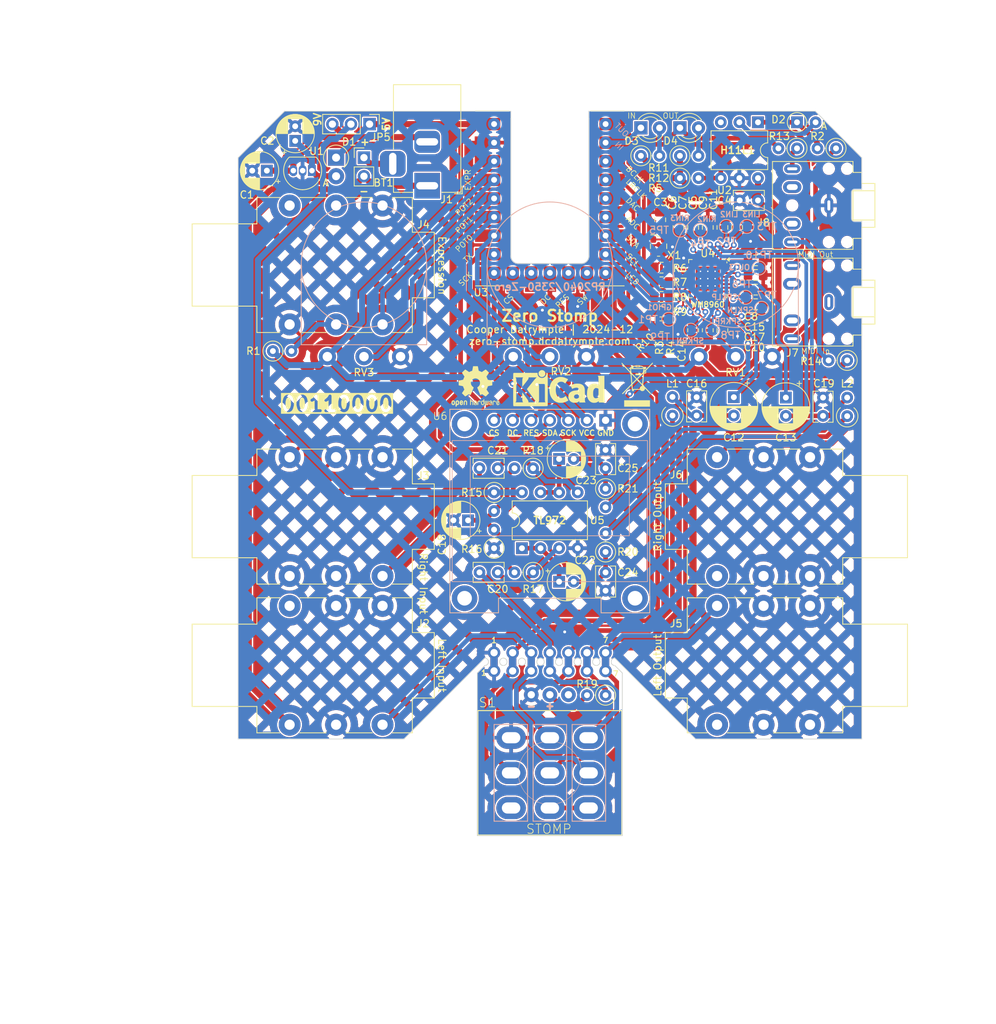
<source format=kicad_pcb>
(kicad_pcb (version 20240108) (generator "pcbnew") (generator_version "8.0")
  (layers (0 "F.Cu" signal) (31 "B.Cu" signal) (34 "B.Paste" user) (35 "F.Paste" user) (36 "B.SilkS" user "B.Silkscreen") (37 "F.SilkS" user "F.Silkscreen") (38 "B.Mask" user) (39 "F.Mask" user) (44 "Edge.Cuts" user))
  (net 0 "")
  (net 1 "Net-(BT1-+)")
  (net 2 "Net-(BT1--)")
  (net 3 "Net-(D3-A)")
  (net 4 "+3V3")
  (net 5 "Net-(D1-A)")
  (net 6 "Net-(U4-MICBIAS)")
  (net 7 "Net-(C12-Pad2)")
  (net 8 "Net-(U4-HP_L)")
  (net 9 "INST_L")
  (net 10 "Net-(U4-HP_R)")
  (net 11 "GND")
  (net 12 "Net-(C13-Pad2)")
  (net 13 "INST_R")
  (net 14 "Net-(U4-VMID)")
  (net 15 "Net-(C18-Pad1)")
  (net 16 "Net-(U5A-+)")
  (net 17 "Net-(U5B-+)")
  (net 18 "Net-(C22-Pad2)")
  (net 19 "Net-(U5A--)")
  (net 20 "LINE_L")
  (net 21 "+9V")
  (net 22 "LINE_R")
  (net 23 "OUT_L")
  (net 24 "OUT_R")
  (net 25 "+5V")
  (net 26 "Net-(U5B--)")
  (net 27 "Net-(D4-A)")
  (net 28 "Net-(C23-Pad2)")
  (net 29 "Net-(D2-K)")
  (net 31 "EXPR")
  (net 32 "Net-(D2-A)")
  (net 33 "Net-(JP1-A)")
  (net 36 "Net-(J4-PadR)")
  (net 39 "Net-(J7-PadR)")
  (net 42 "Net-(J8-PadT)")
  (net 43 "Net-(X1-OUT)")
  (net 44 "POT0")
  (net 45 "POT1")
  (net 46 "POT2")
  (net 47 "Net-(J8-PadR)")
  (net 50 "Net-(JP1-B)")
  (net 51 "Net-(JP4-A)")
  (net 53 "Net-(U4-MCLK)")
  (net 54 "Net-(U4-BCLK)")
  (net 55 "Net-(S1D-A)")
  (net 56 "Net-(U4-DACLRC)")
  (net 57 "Net-(U4-DACDAT)")
  (net 58 "LED")
  (net 59 "Net-(U4-ADCDAT)")
  (net 60 "Net-(U4-ADCLRC{slash}GPIO1)")
  (net 61 "Net-(U4-LINPUT2)")
  (net 62 "SW")
  (net 64 "Net-(S1A-S)")
  (net 65 "Net-(U4-LINPUT3{slash}JD2)")
  (net 66 "Net-(U4-RINPUT2)")
  (net 67 "Net-(U4-RINPUT3{slash}JD3)")
  (net 68 "Net-(U4-SPK_LP)")
  (net 69 "Net-(U4-SPK_LN)")
  (net 70 "Net-(U4-SPK_RP)")
  (net 71 "I2C_SCL")
  (net 72 "SPI_CS")
  (net 73 "I2C_SDA")
  (net 75 "UART_TX")
  (net 76 "OLED_DC")
  (net 77 "/AMP_PWR")
  (net 78 "Net-(U4-SPK_RN)")
  (net 79 "Net-(U4-OUT3)")
  (net 80 "Net-(JP2-A)")
  (net 81 "Net-(JP3-B)")
  (net 82 "Net-(JP4-B)")
  (net 84 "Net-(JP6-A)")
  (net 85 "Net-(JP7-A)")
  (net 86 "GND2")
  (net 87 "UART_RX")
  (net 88 "SPI_SCK")
  (net 89 "OLED_RES")
  (net 90 "I2S_DAC")
  (net 92 "SPI_TX")
  (net 93 "I2S_ADC")
  (net 94 "I2S_LRCLK")
  (net 95 "I2S_BCLK")
  (footprint "Zero-Stomp:Jumper_2_THT_P2.54mm" (layer "F.Cu") (at 93.98 121.432)
    (property "Reference" "JP8" (hide yes))
    (property "Value" "1" (hide yes))
  )
  (footprint "LED_THT:LED_D3.0mm" (layer "F.Cu") (at 119.38 48.514)
    (property "Reference" "D4")
    (property "Value" "OUT")
  )
  (footprint "Resistor_THT:R_Axial_DIN0207_L6.3mm_D2.5mm_P2.54mm_Vertical" (layer "F.Cu") (at 109.22 97.79 -90)
    (property "Reference" "R21")
    (property "Value" "100")
  )
  (footprint "Resistor_THT:R_Axial_DIN0207_L6.3mm_D2.5mm_P2.54mm_Vertical" (layer "F.Cu") (at 99.314 109.22 180)
    (property "Reference" "R17")
    (property "Value" "1M")
  )
  (footprint "Connector_Audio:Jack_3.5mm_CUI_SJ1-3525N_Horizontal" (layer "F.Cu") (at 139.73224 72.31 90)
    (property "Reference" "J7")
    (property "Value" "MIDI_IN")
    (fp_line (start 1.8 3.1) (end -1.8 3.1) (stroke (width 0.12)) (layer "Edge.Cuts"))
    (fp_line (start 2.2 3.5) (end 2.2 4.5) (stroke (width 0.12)) (layer "Edge.Cuts"))
    (fp_line (start -2.2 3.5) (end -2.2 4.5) (stroke (width 0.12)) (layer "Edge.Cuts"))
    (fp_line (start 2.2 4.5) (end 6.5 4.5) (stroke (width 0.12)) (layer "Edge.Cuts"))
    (fp_line (start -2.2 4.5) (end -6.5 4.5) (stroke (width 0.12)) (layer "Edge.Cuts"))
    (fp_arc (start 1.8 3.1) (mid 2.082843 3.217157) (end 2.2 3.5) (stroke (width 0.12)) (layer "Edge.Cuts"))
    (fp_arc (start -2.2 3.5) (mid -2.082842 3.217158) (end -1.8 3.1) (stroke (width 0.12)) (layer "Edge.Cuts"))
  )
  (footprint "Capacitor_SMD:C_0805_2012Metric_Pad1.18x1.45mm_HandSolder" (layer "F.Cu") (at 123.19 62.111388 90)
    (property "Reference" "C5")
    (property "Value" "0u1")
  )
  (footprint "Capacitor_SMD:C_0805_2012Metric_Pad1.18x1.45mm_HandSolder" (layer "F.Cu") (at 127.19 62.111388 90)
    (property "Reference" "C11")
    (property "Value" "0u1")
  )
  (footprint "Capacitor_THT:C_Rect_L4.0mm_W2.5mm_P2.50mm" (layer "F.Cu") (at 109.22 94.996 90)
    (property "Reference" "C25")
    (property "Value" "33n")
  )
  (footprint "Resistor_THT:R_Axial_DIN0207_L6.3mm_D2.5mm_P2.54mm_Vertical" (layer "F.Cu") (at 140.716 51.308 180)
    (property "Reference" "R2")
    (property "Value" "220")
  )
  (footprint "Capacitor_THT:C_Rect_L4.0mm_W2.5mm_P2.50mm" (layer "F.Cu") (at 91.988 109.22)
    (property "Reference" "C20")
    (property "Value" "0u1")
  )
  (footprint "Connector_Audio:Jack_6.35mm_Neutrik_NMJ6HFD2_Horizontal" (layer "F.Cu") (at 124.46 93.48379)
    (property "Reference" "J6")
    (property "Value" "Right Output")
  )
  (footprint "Zero-Stomp:Jumper_2_THT_P2.54mm" (layer "F.Cu") (at 106.68 121.432 180)
    (property "Reference" "JP6" (hide yes))
    (property "Value" "6" (hide yes))
  )
  (footprint "LED_THT:LED_D3.0mm" (layer "F.Cu") (at 114.046 48.514)
    (property "Reference" "D3")
    (property "Value" "IN")
  )
  (footprint "Connector_Audio:Jack_3.5mm_CUI_SJ1-3525N_Horizontal" (layer "F.Cu") (at 139.73224 59.102 90)
    (property "Reference" "J8")
    (property "Value" "MIDI_OUT")
    (fp_line (start 1.8 3.1) (end -1.8 3.1) (stroke (width 0.12)) (layer "Edge.Cuts"))
    (fp_line (start 2.2 3.5) (end 2.2 4.5) (stroke (width 0.12)) (layer "Edge.Cuts"))
    (fp_line (start -2.2 3.5) (end -2.2 4.5) (stroke (width 0.12)) (layer "Edge.Cuts"))
    (fp_line (start 2.2 4.5) (end 6.5 4.5) (stroke (width 0.12)) (layer "Edge.Cuts"))
    (fp_line (start -2.2 4.5) (end -6.5 4.5) (stroke (width 0.12)) (layer "Edge.Cuts"))
    (fp_arc (start 1.8 3.1) (mid 2.082843 3.217157) (end 2.2 3.5) (stroke (width 0.12)) (layer "Edge.Cuts"))
    (fp_arc (start -2.2 3.5) (mid -2.082842 3.217158) (end -1.8 3.1) (stroke (width 0.12)) (layer "Edge.Cuts"))
  )
  (footprint "Resistor_THT:R_Axial_DIN0207_L6.3mm_D2.5mm_P2.54mm_Vertical" (layer "F.Cu") (at 114.046 52.324)
    (property "Reference" "R11")
    (property "Value" "2k2")
  )
  (footprint "Zero-Stomp:Jumper_2_THT_P2.54mm" (layer "F.Cu") (at 109.22 121.432 180)
    (property "Reference" "JP4" (hide yes))
    (property "Value" "7" (hide yes))
  )
  (footprint "Symbol:KiCad-Logo_5mm_SilkScreen" (layer "F.Cu") (at 102.87 84.582)
    (property "Reference" "REF**" (hide yes))
    (property "Value" "KiCad-Logo_5mm_SilkScreen" (hide yes))
  )
  (footprint "Symbol:WEEE-Logo_4.2x6mm_SilkScreen" (layer "F.Cu") (at 113.538 83.566)
    (property "Reference" "REF**" (hide yes))
    (property "Value" "WEEE-Logo_4.2x6mm_SilkScreen" (hide yes))
  )
  (footprint "Resistor_THT:R_Axial_DIN0207_L6.3mm_D2.5mm_P2.54mm_Vertical" (layer "F.Cu") (at 99.314 94.996 180)
    (property "Reference" "R18")
    (property "Value" "1M")
  )
  (footprint "Resistor_THT:R_Axial_DIN0207_L6.3mm_D2.5mm_P2.54mm_Vertical" (layer "F.Cu") (at 93.98 98.298 -90)
    (property "Reference" "R15")
    (property "Value" "2M2")
  )
  (footprint "RP2040-Zero:RP2040 Zero" (layer "F.Cu") (at 91.44524 70.98012)
    (property "Reference" "U3")
    (property "Value" "RP2040-Zero")
    (fp_line (start 4.826 -23.749) (end 4.826 -4.953) (stroke (width 0.12)) (layer "Edge.Cuts"))
    (fp_line (start 5.842 -3.937) (end 14.478 -3.937) (stroke (width 0.12)) (layer "Edge.Cuts"))
    (fp_line (start 15.494 -4.953) (end 15.494 -23.749) (stroke (width 0.12)) (layer "Edge.Cuts"))
    (fp_arc (start 5.842 -3.937) (mid 5.12358 -4.23458) (end 4.826 -4.953) (stroke (width 0.12)) (layer "Edge.Cuts"))
    (fp_arc (start 15.494 -4.953) (mid 15.19642 -4.23458) (end 14.478 -3.937) (stroke (width 0.12)) (layer "Edge.Cuts"))
  )
  (footprint "Capacitor_SMD:C_0805_2012Metric_Pad1.18x1.45mm_HandSolder" (layer "F.Cu") (at 129.7275 70.604)
    (property "Reference" "C17")
    (property "Value" "0u1")
  )
  (footprint "Capacitor_SMD:C_0805_2012Metric_Pad1.18x1.45mm_HandSolder" (layer "F.Cu") (at 121.19 62.111388 90)
    (property "Reference" "C7")
    (property "Value" "0u1")
  )
  (footprint "Capacitor_THT:C_Rect_L4.0mm_W2.5mm_P2.50mm" (layer "F.Cu") (at 109.22 109.22 -90)
    (property "Reference" "C24")
    (property "Value" "33n")
  )
  (footprint "Connector_PinHeader_2.54mm:PinHeader_1x03_P2.54mm_Vertical" (layer "F.Cu") (at 76.962 48.006 -90)
    (property "Reference" "JP5")
    (property "Value" "PWR_SEL")
  )
  (footprint "Resistor_THT:R_Axial_DIN0207_L6.3mm_D2.5mm_P2.54mm_Vertical" (layer "F.Cu") (at 109.22 125.984 180)
    (property "Reference" "R19")
    (property "Value" "2k2")
  )
  (footprint "Connector_Audio:Jack_6.35mm_Neutrik_NMJ6HFD2_Horizontal" (layer "F.Cu") (at 78.74 109.71439 180)
    (property "Reference" "J3")
    (property "Value" "Right Input")
  )
  (footprint "Zero-Stomp:Jumper_2_THT_P2.54mm" (layer "F.Cu") (at 104.14 121.432)
    (property "Reference" "JP3" (hide yes))
    (property "Value" "5" (hide yes))
  )
  (footprint "Capacitor_SMD:C_0805_2012Metric_Pad1.18x1.45mm_HandSolder" (layer "F.Cu") (at 129.7275 72.604)
    (property "Reference" "C10")
    (property "Value" "4u7")
  )
  (footprint "Resistor_THT:R_Axial_DIN0207_L6.3mm_D2.5mm_P2.54mm_Vertical" (layer "F.Cu") (at 93.98 105.918 90)
    (property "Reference" "R16")
    (property "Value" "2M2")
  )
  (footprint "Capacitor_THT:C_Rect_L4.0mm_W2.5mm_P2.50mm" (layer "F.Cu") (at 121.666 87.796379 90)
    (property "Reference" "C16")
    (property "Value" "0u1")
  )
  (footprint "Connector_Audio:Jack_6.35mm_Neutrik_NMJ6HFD2_Horizontal" (layer "F.Cu") (at 78.74 75.355291 180)
    (property "Reference" "J4")
    (property "Value" "Expression")
  )
  (footprint "Resistor_SMD:R_0805_2012Metric_Pad1.20x1.40mm_HandSolder" (layer "F.Cu") (at 116.865 67.604)
    (property "Reference" "R6")
    (property "Value" "10")
  )
  (footprint "Package_DIP:DIP-6_W7.62mm" (layer "F.Cu") (at 130.048 47.752 -90)
    (property "Reference" "U2")
    (property "Value" "H11L1")
  )
  (footprint "Capacitor_SMD:C_0805_2012Metric_Pad1.18x1.45mm_HandSolder" (layer "F.Cu") (at 116.69 61.0665 90)
    (property "Reference" "C3")
    (property "Value" "10n")
  )
  (footprint "Resistor_THT:R_Axial_DIN0207_L6.3mm_D2.5mm_P2.54mm_Vertical" (layer "F.Cu") (at 142.24 80.264 180)
    (property "Reference" "R14")
    (property "Value" "220")
  )
  (footprint "Capacitor_SMD:C_0805_2012Metric_Pad1.18x1.45mm_HandSolder" (layer "F.Cu") (at 125.19 76.186388 -90)
    (property "Reference" "C14")
    (property "Value" "4u7")
  )
  (footprint "Package_DFN_QFN:QFN-32-1EP_5x5mm_P0.5mm_EP3.3x3.3mm_ThermalVias" (layer "F.Cu") (at 123.19 69.104 -90)
    (property "Reference" "U4")
    (property "Value" "WM8960CGEFL/V")
  )
  (footprint "Resistor_SMD:R_0805_2012Metric_Pad1.20x1.40mm_HandSolder" (layer "F.Cu") (at 116.865 71.604)
    (property "Reference" "R8")
    (property "Value" "10")
  )
  (footprint "Resistor_THT:R_Axial_DIN0207_L6.3mm_D2.5mm_P2.54mm_Vertical" (layer "F.Cu") (at 119.38 52.324)
    (property "Reference" "R12")
    (property "Value" "2k2")
  )
  (footprint "Capacitor_THT:CP_Radial_D5.0mm_P2.00mm" (layer "F.Cu") (at 90.424 102.108 180)
    (property "Reference" "C18")
    (property "Value" "47u")
  )
  (footprint "Resistor_THT:R_Axial_DIN0207_L6.3mm_D2.5mm_P2.54mm_Vertical" (layer "F.Cu") (at 109.22 106.426 90)
    (property "Reference" "R20")
    (property "Value" "100")
  )
  (footprint "Capacitor_THT:C_Rect_L4.0mm_W2.5mm_P2.50mm" (layer "F.Cu") (at 130.048 58.42 180)
    (property "Reference" "C4")
    (property "Value" "1u")
  )
  (footprint "Zero-Stomp:Jumper_2_THT_P2.54mm" (layer "F.Cu") (at 101.6 121.432 180)
    (property "Reference" "JP2" (hide yes))
    (property "Value" "4" (hide yes))
  )
  (footprint "Capacitor_SMD:C_0805_2012Metric_Pad1.18x1.45mm_HandSolder" (layer "F.Cu") (at 119.19 62.111388 90)
    (property "Reference" "C6")
    (property "Value" "0u1")
  )
  (footprint "Package_DIP:DIP-8_W7.62mm" (layer "F.Cu") (at 97.79 105.918 90)
    (property "Reference" "U5")
    (property "Value" "TL972")
  )
  (footprint "Capacitor_THT:CP_Radial_D6.3mm_P2.50mm" (layer "F.Cu") (at 126.746 85.296379 -90)
    (property "Reference" "C12")
    (property "Value" "100u")
  )
  (footprint "Capacitor_THT:C_Rect_L4.0mm_W2.5mm_P2.50mm" (layer "F.Cu") (at 91.988 94.996)
    (property "Reference" "C21")
    (property "Value" "0u1")
  )
  (footprint "Zero-Stomp:Jumper_2_THT_P2.54mm" (layer "F.Cu") (at 96.52 121.432 180)
    (property "Reference" "JP7" (hide yes))
    (property "Value" "2" (hide yes))
  )
  (footprint "Resistor_SMD:R_0805_2012Metric_Pad1.20x1.40mm_HandSolder" (layer "F.Cu") (at 116.865 75.604)
    (property "Reference" "R10")
    (property "Value" "10")
  )
  (footprint "Inductor_THT:L_Axial_L6.6mm_D2.7mm_P2.54mm_Vertical_Vishay_IM-2" (layer "F.Cu") (at 118.364 87.796379 90)
    (property "Reference" "L1")
    (property "Value" "47uH")
  )
  (footprint "Capacitor_THT:CP_Radial_D5.0mm_P2.00mm" (layer "F.Cu") (at 66.802 50.292 90)
    (property "Reference" "C2")
    (property "Value" "1u")
  )
  (footprint "Oscillator:Oscillator_SMD_ECS_2520MV-xxx-xx-4Pin_2.5x2.0mm" (layer "F.Cu") (at 116.465 64.679)
    (property "Reference" "X1")
    (property "Value" "24MHz")
  )
  (footprint "Capacitor_SMD:C_0805_2012Metric_Pad1.18x1.45mm_HandSolder" (layer "F.Cu") (at 129.7275 68.604)
    (property "Reference" "C15")
    (property "Value" "10u")
  )
  (footprint "Resistor_THT:R_Axial_DIN0207_L6.3mm_D2.5mm_P2.54mm_Vertical" (layer "F.Cu") (at 135.382 51.308 180)
    (property "Reference" "R13")
    (property "Value" "10")
  )
  (footprint "Capacitor_THT:CP_Radial_D5.0mm_P2.00mm" (layer "F.Cu") (at 102.87 93.726)
    (property "Reference" "C23")
    (property "Value" "1u")
  )
  (footprint "Diode_THT:D_DO-41_SOD81_P2.54mm_Vertical_AnodeUp" (layer "F.Cu") (at 72.39 52.578 -90)
    (property "Reference" "D1")
    (property "Value" "1N5817")
  )
  (footprint "Zero-Stomp:HAMMOND-1590BB" (layer "F.Cu") (at 101.6 101.6 -90)
    (property "Reference" "3D?" (hide yes))
    (property "Value" "HAMMOND-1590BB")
  )
  (footprint "Capacitor_SMD:C_0805_2012Metric_Pad1.18x1.45mm_HandSolder" (layer "F.Cu") (at 129.7275 66.604)
    (property "Reference" "C8")
    (property "Value" "0u1")
  )
  (footprint "Connector_BarrelJack:BarrelJack_Horizontal" (layer "F.Cu") (at 84.836 56.419 -90)
    (property "Reference" "J1")
    (property "Value" "Power")
  )
  (footprint "Resistor_THT:R_Axial_DIN0207_L6.3mm_D2.5mm_P2.54mm_Vertical" (layer "F.Cu") (at 63.754 78.994)
    (property "Reference" "R1")
    (property "Value" "2k2")
  )
  (footprint "Capacitor_THT:CP_Radial_D5.0mm_P2.00mm" (layer "F.Cu") (at 62.931113 54.356 180)
    (property "Reference" "C1")
    (property "Value" "1u")
  )
  (footprint "Symbol:OSHW-Logo2_7.3x6mm_SilkScreen" (layer "F.Cu") (at 91.44 83.82)
    (property "Reference" "REF**" (hide yes))
    (property "Value" "OSHW-Logo2_7.3x6mm_SilkScreen" (hide yes))
  )
  (footprint "Capacitor_THT:C_Rect_L4.0mm_W2.5mm_P2.50mm" (layer "F.Cu") (at 138.938 87.844 90)
    (property "Reference" "C19")
    (property "Value" "0u1" (hide yes))
  )
  (footprint "Zero-Stomp:Jumper_2_THT_P2.54mm" (layer "F.Cu") (at 99.06 121.432)
    (property "Reference" "JP1" (hide yes))
    (property "Value" "3" (hide yes))
  )
  (footprint "Inductor_THT:L_Axial_L6.6mm_D2.7mm_P2.54mm_Vertical_Vishay_IM-2" (layer "F.Cu") (at 142.24 87.884 90)
    (property "Reference" "L2")
    (property "Value" "47uH")
  )
  (footprint "Capacitor_THT:CP_Radial_D6.3mm_P2.50mm" (layer "F.Cu") (at 133.858 85.344 -90)
    (property "Reference" "C13")
    (property "Value" "100u")
  )
  (footprint "Capacitor_SMD:C_0805_2012Metric_Pad1.18x1.45mm_HandSolder" (layer "F.Cu") (at 125.19 62.111388 90)
    (property "Reference" "C9")
    (property "Value" "10u")
  )
  (footprint "Connector_PinHeader_2.54mm:PinHeader_1x02_P2.54mm_Vertical" (layer "F.Cu") (at 76.2 52.578)
    (property "Reference" "BT1")
    (property "Value" "Battery")
  )
  (footprint "Resistor_SMD:R_0805_2012Metric_Pad1.20x1.40mm_HandSolder" (layer "F.Cu") (at 116.865 73.604)
    (property "Reference" "R9")
    (property "Value" "10")
  )
  (footprint "Connector_Audio:Jack_6.35mm_Neutrik_NMJ6HFD2_Horizontal" (layer "F.Cu") (at 124.46 113.792)
    (property "Reference" "J5")
    (property "Value" "Left Output")
  )
  (footprint "Capacitor_THT:CP_Radial_D5.0mm_P2.00mm" (layer "F.Cu") (at 102.87 110.49)
    (property "Reference" "C22")
    (property "Value" "1u")
  )
  (footprint "Connector_Audio:Jack_6.35mm_Neutrik_NMJ6HFD2_Horizontal" (layer "F.Cu") (at 78.74 130.022 180)
    (property "Reference" "J2")
    (property "Value" "Left Input")
  )
  (footprint "Package_TO_SOT_THT:TO-92_Inline" (layer "F.Cu") (at 69.088 54.356 180)
    (property "Reference" "U1")
    (property "Value" "L78L05_TO92")
  )
  (footprint "Resistor_SMD:R_0805_2012Metric_Pad1.20x1.40mm_HandSolder" (layer "F.Cu") (at 116.865 69.604)
    (property "Reference" "R7")
    (property "Value" "10")
  )
  (footprint "Resistor_THT:R_Axial_DIN0207_L6.3mm_D2.5mm_P2.54mm_Vertical" (layer "F.Cu") (at 119.38 55.372)
    (property "Reference" "R5")
    (property "Value" "470")
  )
  (footprint "Resistor_SMD:R_0805_2012Metric_Pad1.20x1.40mm_HandSolder" (layer "F.Cu") (at 121.19 76.148888 90)
    (property "Reference" "R3")
    (property "Value" "2k2")
  )
  (footprint "Resistor_SMD:R_0805_2012Metric_Pad1.20x1.40mm_HandSolder" (layer "F.Cu") (at 123.19 76.148888 90)
    (property "Reference" "R4")
    (property "Value" "2k2")
  )
  (footprint "Diode_THT:D_DO-35_SOD27_P2.54mm_Vertical_AnodeUp" (layer "F.Cu") (at 135.382 47.752)
    (property "Reference" "D2")
    (property "Value" "1N4148")
  )
  (footprint "Potentiometer_THT:Potentiometer_Omeg_PC16BU_Vertical" (layer "B.Cu") (at 71.2 79.756 90)
    (property "Reference" "RV3")
    (property "Value" "100k")
  )
  (footprint "TestPoint:TestPoint_Pad_D1.5mm" (layer "B.Cu") (at 120.865 76.148888 -90)
    (property "Reference" "TP9")
    (property "Value" "TestPoint")
  )
  (footprint "Zero-Stomp:SSD1306-OLED-SPI-0.96" (layer "B.Cu") (at 101.6 100.85 180)
    (property "Reference" "U6")
    (property "Value" "SSD1306-OLED-SPI")
  )
  (footprint "TestPoint:TestPoint_Pad_D1.5mm" (layer "B.Cu") (at 130.19 67.648888 -90)
    (property "Reference" "TP10")
    (property "Value" "TestPoint")
  )
  (footprint "TestPoint:TestPoint_Pad_D1.5mm" (layer "B.Cu") (at 122.174 62.484 -90)
    (property "Reference" "TP4")
    (property "Value" "TestPoint")
  )
  (footprint "TestPoint:TestPoint_Pad_D1.5mm" (layer "B.Cu") (at 128.524 61.976 -90)
    (property "Reference" "TP3")
    (property "Value" "TestPoint")
  )
  (footprint "TestPoint:TestPoint_Pad_D1.5mm" (layer "B.Cu") (at 123.865 76.148888 -90)
    (property "Reference" "TP8")
    (property "Value" "TestPoint")
  )
  (footprint "Potentiometer_THT:Potentiometer_Omeg_PC16BU_Vertical" (layer "B.Cu") (at 96.6 79.756 90)
    (property "Reference" "RV2")
    (property "Value" "100k")
  )
  (footprint "TestPoint:TestPoint_Pad_D1.5mm" (layer "B.Cu") (at 128.365 71.648888 -90)
    (property "Reference" "TP6")
    (property "Value" "TestPoint")
  )
  (footprint "TestPoint:TestPoint_Pad_D1.5mm" (layer "B.Cu") (at 119.38 62.484 -90)
    (property "Reference" "TP5")
    (property "Value" "TestPoint")
  )
  (footprint "TestPoint:TestPoint_Pad_D1.5mm" (layer "B.Cu") (at 130.556 73.152 -90)
    (property "Reference" "TP7")
    (property "Value" "TestPoint")
  )
  (footprint "TestPoint:TestPoint_Pad_D1.5mm" (layer "B.Cu") (at 125.73 61.976 -90)
    (property "Reference" "TP2")
    (property "Value" "TestPoint")
  )
  (footprint "TestPoint:TestPoint_Pad_D1.5mm" (layer "B.Cu") (at 117.865 74.648888 -90)
    (property "Reference" "TP1")
    (property "Value" "TestPoint")
  )
  (footprint "Zero-Stomp:STOMP-3PDT-LED" (layer "B.Cu") (at 101.60524 136.595009 180)
    (property "Reference" "S1")
    (property "Value" "STOMP")
  )
  (footprint "Potentiometer_THT:Potentiometer_Omeg_PC16BU_Vertical" (layer "B.Cu") (at 122 79.756 90)
    (property "Reference" "RV1")
    (property "Value" "100k")
  )
  (gr_line (start 59 131.976) (end 81.658 131.976) (stroke (width 0.1)) (layer "Edge.Cuts"))
  (gr_line (start 106.93924 47.23112) (end 106.93924 46.23912) (stroke (width 0.1)) (layer "Edge.Cuts"))
  (gr_line (start 92.71 121.94) (end 91.694 122.956) (stroke (width 0.1)) (layer "Edge.Cuts"))
  (gr_line (start 96.27124 47.23112) (end 96.27124 46.23912) (stroke (width 0.1)) (layer "Edge.Cuts"))
  (gr_circle (center 107.95 121.432) (end 108.458 121.432) (stroke (width 0.1)) (fill none) (layer "Edge.Cuts"))
  (gr_line (start 111.506 122.956) (end 111.506 145.161) (stroke (width 0.1)) (layer "Edge.Cuts"))
  (gr_line (start 144.23224 52.602) (end 137.88224 46.23912) (stroke (width 0.1)) (layer "Edge.Cuts"))
  (gr_line (start 92.71 120.924) (end 81.658 131.976) (stroke (width 0.1)) (layer "Edge.Cuts"))
  (gr_line (start 144.23224 78.81) (end 144.23224 131.976) (stroke (width 0.1)) (layer "Edge.Cuts"))
  (gr_circle (center 100.33 121.432) (end 100.838 121.432) (stroke (width 0.1)) (fill none) (layer "Edge.Cuts"))
  (gr_line (start 144.23224 65.602) (end 144.23224 65.81) (stroke (width 0.1)) (layer "Edge.Cuts"))
  (gr_line (start 91.694 122.956) (end 91.694 145.161) (stroke (width 0.1)) (layer "Edge.Cuts"))
  (gr_circle (center 105.41 121.432) (end 105.918 121.432) (stroke (width 0.1)) (fill none) (layer "Edge.Cuts"))
  (gr_circle (center 102.87 121.432) (end 103.378 121.432) (stroke (width 0.1)) (fill none) (layer "Edge.Cuts"))
  (gr_line (start 106.93924 46.23912) (end 137.88224 46.23912) (stroke (width 0.1)) (layer "Edge.Cuts"))
  (gr_line (start 121.542 131.976) (end 144.23224 131.976) (stroke (width 0.1)) (layer "Edge.Cuts"))
  (gr_arc (start 92.71 120.924) (mid 93.218 121.432) (end 92.71 121.94) (stroke (width 0.1)) (layer "Edge.Cuts"))
  (gr_line (start 121.542 131.976) (end 110.49 120.924) (stroke (width 0.1)) (layer "Edge.Cuts"))
  (gr_line (start 59 52.602) (end 65.35 46.23912) (stroke (width 0.1)) (layer "Edge.Cuts"))
  (gr_circle (center 95.25 121.432) (end 95.758 121.432) (stroke (width 0.1)) (fill none) (layer "Edge.Cuts"))
  (gr_line (start 111.506 145.161) (end 91.694 145.161) (stroke (width 0.1)) (layer "Edge.Cuts"))
  (gr_line (start 59 52.602) (end 59 131.976) (stroke (width 0.1)) (layer "Edge.Cuts"))
  (gr_arc (start 110.49 121.94) (mid 109.982 121.432) (end 110.49 120.924) (stroke (width 0.1)) (layer "Edge.Cuts"))
  (gr_line (start 110.49 121.94) (end 111.506 122.956) (stroke (width 0.1)) (layer "Edge.Cuts"))
  (gr_circle (center 97.79 121.432) (end 98.298 121.432) (stroke (width 0.1)) (fill none) (layer "Edge.Cuts"))
  (gr_line (start 65.35 46.23912) (end 96.27124 46.23912) (stroke (width 0.1)) (layer "Edge.Cuts"))
  (gr_text "SPKLN" (at 127.635 73.406 0) (layer "B.SilkS") (effects (font (size 0.75 0.75) (thickness 0.15) (bold yes)) (justify mirror)))
  (gr_text "RIN2" (at 123.063 60.96 0) (layer "B.SilkS") (effects (font (size 0.75 0.75) (thickness 0.15) (bold yes)) (justify mirror)))
  (gr_text "LIN2" (at 126.111 60.325 0) (layer "B.SilkS") (effects (font (size 0.75 0.75) (thickness 0.15) (bold yes)) (justify mirror)))
  (gr_text "RIN3" (at 119.38 60.833 0) (layer "B.SilkS") (effects (font (size 0.75 0.75) (thickness 0.15) (bold yes)) (justify mirror)))
  (gr_text "GPIO1" (at 116.586 73.025 0) (layer "B.SilkS") (effects (font (size 0.75 0.75) (thickness 0.15) (bold yes)) (justify mirror)))
  (gr_text "OUT" (at 110.617 48.006 -45) (layer "B.SilkS") (effects (font (size 0.75 0.75) (thickness 0.09375)) (justify right mirror)))
  (gr_text "SPKRN" (at 120.777 77.597 0) (layer "B.SilkS") (effects (font (size 0.75 0.75) (thickness 0.15) (bold yes)) (justify mirror)))
  (gr_text "IN" (at 110.617 50.546 315) (layer "B.SilkS") (effects (font (size 0.75 0.75) (thickness 0.09375)) (justify right mirror)))
  (gr_text "SPKRP" (at 125.984 74.93 0) (layer "B.SilkS") (effects (font (size 0.75 0.75) (thickness 0.15) (bold yes)) (justify mirror)))
  (gr_text "LIN3" (at 129.159 60.325 0) (layer "B.SilkS") (effects (font (size 0.75 0.75) (thickness 0.15) (bold yes)) (justify mirror)))
  (gr_text "OUT3" (at 127.508 67.564 0) (layer "B.SilkS") (effects (font (size 0.75 0.75) (thickness 0.15) (bold yes)) (justify mirror)))
  (gr_text "RP2040/2350-Zero" (at 101.6 70.231 -0) (layer "B.SilkS") (effects (font (size 1 1) (thickness 0.2) (bold yes)) (justify mirror)))
  (gr_text "SPKLP" (at 125.476 71.628 0) (layer "B.SilkS") (effects (font (size 0.75 0.75) (thickness 0.15) (bold yes)) (justify mirror)))
  (gr_text "TL972" (at 101.59 102.118 0) (layer "F.SilkS") (effects (font (size 1 1) (thickness 0.2) (bold yes))))
  (gr_text "SCK" (at 90.932 68.326 45) (layer "F.SilkS") (effects (font (size 0.75 0.75) (thickness 0.09375)) (justify right)))
  (gr_text "BCLK" (at 112.141 53.848 315) (layer "F.SilkS") (effects (font (size 0.75 0.75) (thickness 0.09375)) (justify left)))
  (gr_text "7" (at 110.617 123.063 0) (layer "F.SilkS") (effects (font (size 0.75 0.75) (thickness 0.15) (bold yes))))
  (gr_text "Zero Stomp" (at 101.6 75.057 0) (layer "F.SilkS") (effects (font (size 1.5 1.5) (thickness 0.3) (bold yes)) (justify bottom)))
  (gr_text "1" (at 92.583 122.936 0) (layer "F.SilkS") (effects (font (size 0.75 0.75) (thickness 0.15) (bold yes))))
  (gr_text "POT2" (at 90.932 58.293 45) (layer "F.SilkS") (effects (font (size 0.75 0.75) (thickness 0.09375)) (justify right)))
  (gr_text "Right Output" (at 116.332 101.6 90) (layer "F.SilkS") (effects (font (size 1 1))))
  (gr_text "Left Output" (at 116.332 121.92 90) (layer "F.SilkS") (effects (font (size 1 1))))
  (gr_text "Expression" (at 86.868 67.31 270) (layer "F.SilkS") (effects (font (size 1 1))))
  (gr_text "EXPR" (at 90.424 55.626 90) (layer "F.SilkS") (effects (font (size 0.75 0.75) (thickness 0.09375))))
  (gr_text "+" (at 76.327 50.419 0) (layer "F.SilkS") (effects (font (size 1 1) (thickness 0.2) (bold yes))))
  (gr_text "Right Input" (at 84.328 110.744 270) (layer "F.SilkS") (effects (font (size 1 1))))
  (gr_text "SW" (at 106.68 71.374 45) (layer "F.SilkS") (effects (font (size 0.75 0.75) (thickness 0.09375)) (justify right)))
  (gr_text "1" (at 93.98 118.491 0) (layer "F.SilkS") (effects (font (size 0.75 0.75) (thickness 0.15) (bold yes))))
  (gr_text "DAC" (at 112.141 58.166 315) (layer "F.SilkS") (effects (font (size 0.75 0.75) (thickness 0.09375)) (justify left)))
  (gr_text "IN" (at 112.776 46.863 0) (layer "F.SilkS") (effects (font (size 0.75 0.75) (thickness 0.09375))))
  (gr_text "TX" (at 90.932 65.786 45) (layer "F.SilkS") (effects (font (size 0.75 0.75) (thickness 0.09375)) (justify right)))
  (gr_text "LED" (at 112.141 68.326 315) (layer "F.SilkS") (effects (font (size 0.75 0.75) (thickness 0.09375)) (justify left)))
  (gr_text "-" (at 76.2 57.15 0) (layer "F.SilkS") (effects (font (size 1 1) (thickness 0.2) (bold yes))))
  (gr_text "POT0" (at 90.932 63.246 45) (layer "F.SilkS") (effects (font (size 0.75 0.75) (thickness 0.09375)) (justify right)))
  (gr_text "-" (at 99.0854 127.4318 0) (layer "F.SilkS") (effects (font (size 1 1) (thickness 0.2) (bold yes))))
  (gr_text "SCL" (at 112.141 65.786 315) (layer "F.SilkS") (effects (font (size 0.75 0.75) (thickness 0.09375)) (justify left)))
  (gr_text "OUT" (at 118.11 46.863 0) (layer "F.SilkS") (effects (font (size 0.75 0.75) (thickness 0.09375))))
  (gr_text "9V" (at 69.85 47.371 90) (layer "F.SilkS") (effects (font (size 1 1) (thickness 0.2) (bold yes))))
  (gr_text "Cooper Dalrymple | 2024-12\nzero-stomp.dcdalrymple.com" (at 101.6 78.232 0) (layer "F.SilkS") (effects (font (size 1 1)) (justify bottom)))
  (gr_text "SDA" (at 112.141 63.246 315) (layer "F.SilkS") (effects (font (size 0.75 0.75) (thickness 0.09375)) (justify left)))
  (gr_text "MIDI In" (at 137.922 78.994 0) (layer "F.SilkS") (effects (font (size 0.75 0.75) (thickness 0.09375))))
  (gr_text "LRCLK" (at 112.141 55.626 315) (layer "F.SilkS") (effects (font (size 0.75 0.75) (thickness 0.09375)) (justify left)))
  (gr_text "00110000" (at 72.517 86.233 0) (layer "F.SilkS" knockout) (effects (font (size 2 2) (thickness 0.4) (bold yes))))
  (gr_text "MIDI Out" (at 137.922 65.786 0) (layer "F.SilkS") (effects (font (size 0.75 0.75) (thickness 0.09375))))
  (gr_text "CS" (at 96.52 71.374 45) (layer "F.SilkS") (effects (font (size 0.75 0.75) (thickness 0.09375)) (justify right)))
  (gr_text "ADC" (at 112.141 60.706 315) (layer "F.SilkS") (effects (font (size 0.75 0.75) (thickness 0.09375)) (justify left)))
  (gr_text "H11L1" (at 127.254 51.562 0) (layer "F.SilkS") (effects (font (size 1 1) (thickness 0.2) (bold yes))))
  (gr_text "5V" (at 79.248 48.006 90) (layer "F.SilkS") (effects (font (size 1 1) (thickness 0.2) (bold yes))))
  (gr_text "RES" (at 104.14 71.374 45) (layer "F.SilkS") (effects (font (size 0.75 0.75) (thickness 0.09375)) (justify right)))
  (gr_text "+" (at 101.6254 127.4318 0) (layer "F.SilkS") (effects (font (size 1 1) (thickness 0.2) (bold yes))))
  (gr_text "Left Input" (at 86.868 121.92 270) (layer "F.SilkS") (effects (font (size 1 1))))
  (gr_text "WM8960" (at 123.19 72.644 0) (layer "F.SilkS") (effects (font (size 0.75 0.75) (thickness 0.15) (bold yes))))
  (gr_text "7" (at 109.22 118.491 0) (layer "F.SilkS") (effects (font (size 0.75 0.75) (thickness 0.15) (bold yes))))
  (gr_text "DC" (at 101.6 71.374 45) (layer "F.SilkS") (effects (font (size 0.75 0.75) (thickness 0.09375)) (justify right)))
  (gr_text "POT1" (at 90.932 60.706 45) (layer "F.SilkS") (effects (font (size 0.75 0.75) (thickness 0.09375)) (justify right)))
  (segment (start 80.136 53.419) (end 77.041 53.419) (width 0.8382) (layer "F.Cu") (net 1))
  (segment (start 77.041 53.419) (end 76.2 52.578) (width 0.8382) (layer "F.Cu") (net 1))
  (segment (start 60.452 59.944) (end 63.5 56.896) (width 0.8382) (layer "F.Cu") (net 2))
  (segment (start 77.501 56.419) (end 84.836 56.419) (width 0.8382) (layer "F.Cu") (net 2))
  (segment (start 74.422 56.896) (end 76.2 55.118) (width 0.8382) (layer "F.Cu") (net 2))
  (segment (start 60.452 124.434) (end 60.452 59.944) (width 0.8382) (layer "F.Cu") (net 2))
  (segment (start 66.04 130.022) (end 60.452 124.434) (width 0.8382) (layer "F.Cu") (net 2))
  (segment (start 76.2 55.118) (end 77.501 56.419) (width 0.8382) (layer "F.Cu") (net 2))
  (segment (start 63.5 56.896) (end 74.422 56.896) (width 0.8382) (layer "F.Cu") (net 2))
  (segment (start 116.586 52.324) (end 116.586 48.514) (width 0.635) (layer "B.Cu") (net 3))
  (segment (start 130.048 58.42) (end 132.842 61.214) (width 0.8382) (layer "F.Cu") (net 4))
  (segment (start 125.6275 67.354) (end 126.3775 66.604) (width 0.25) (layer "F.Cu") (net 4))
  (segment (start 120.19 65.4165) (end 120.19 64.148888) (width 0.25) (layer "F.Cu") (net 4))
  (segment (start 122 79.756) (end 124.54 82.296) (width 0.8382) (layer "F.Cu") (net 4))
  (segment (start 128.524 56.896) (end 120.904 56.896) (width 0.8382) (layer "F.Cu") (net 4))
  (segment (start 132.842 61.214) (end 132.842 65.278) (width 0.8382) (layer "F.Cu") (net 4))
  (segment (start 121.19 77.148888) (end 123.19 77.148888) (width 0.5) (layer "F.Cu") (net 4))
  (segment (start 130.048 58.42) (end 130.048 55.372) (width 0.8382) (layer "F.Cu") (net 4))
  (segment (start 116.69 63.254) (end 117.19 63.754) (width 0.25) (layer "F.Cu") (net 4))
  (segment (start 130.651 64.643) (end 132.207 64.643) (width 0.508) (layer "F.Cu") (net 4))
  (segment (start 116.69 62.104) (end 116.69 63.254) (width 0.25) (layer "F.Cu") (net 4))
  (segment (start 119.19 63.148888) (end 121.19 63.148888) (width 0.5) (layer "F.Cu") (net 4))
  (segment (start 129.794 80.1591) (end 128.27 81.6831) (width 0.8382) (layer "F.Cu") (net 4))
  (segment (start 124.2275 62.111388) (end 123.19 63.148888) (width 0.5) (layer "F.Cu") (net 4))
  (segment (start 127.6571 82.296) (end 140.208 82.296) (width 0.8382) (layer "F.Cu") (net 4))
  (segment (start 116.69 62.104) (end 118.145112 62.104) (width 0.5) (layer "F.Cu") (net 4))
  (segment (start 120.904 56.896) (end 119.38 55.372) (width 0.8382) (layer "F.Cu") (net 4))
  (segment (start 120.7525 67.854) (end 119.401556 67.854) (width 0.25) (layer "F.Cu") (net 4))
  (segment (start 127.961878 62.111388) (end 129.675388 62.111388) (width 0.508) (layer "F.Cu") (net 4))
  (segment (start 129.675388 62.111388) (end 132.207 64.643) (width 0.508) (layer "F.Cu") (net 4))
  (segment (start 129.794 78.994) (end 129.794 80.1591) (width 0.8382) (layer "F.Cu") (net 4))
  (segment (start 118.145112 62.104) (end 119.19 63.148888) (width 0.5) (layer "F.Cu") (net 4))
  (segment (start 119.38 55.372) (end 119.38 52.324) (width 0.8382) (layer "F.Cu") (net 4))
  (segment (start 119.126 67.578444) (end 119.126 63.212888) (width 0.25) (layer "F.Cu") (net 4))
  (segment (start 117.094 55.372) (end 119.38 55.372) (width 0.8382) (layer "F.Cu") (net 4))
  (segment (start 132.842 75.946) (end 129.794 78.994) (width 0.8382) (layer "F.Cu") (net 4))
  (segment (start 126.3775 66.604) (end 128.69 66.604) (width 0.25) (layer "F.Cu") (net 4))
  (segment (start 119.401556 67.854) (end 119.126 67.578444) (width 0.25) (layer "F.Cu") (net 4))
  (segment (start 123.19 77.148888) (end 123.19 78.566) (width 0.508) (layer "F.Cu") (net 4))
  (segment (start 121.44 66.6665) (end 120.19 65.4165) (width 0.25) (layer "F.Cu") (net 4))
  (segment (start 120.19 64.148888) (end 121.19 63.148888) (width 0.25) (layer "F.Cu") (net 4))
  (segment (start 114.046 52.324) (end 117.094 55.372) (width 0.8382) (layer "F.Cu") (net 4))
  (segment (start 123.19 78.566) (end 122 79.756) (width 0.508) (layer "F.Cu") (net 4))
  (segment (start 127.961878 62.111388) (end 124.2275 62.111388) (width 0.5) (layer "F.Cu") (net 4))
  (segment (start 132.842 65.278) (end 132.842 75.946) (width 0.8382) (layer "F.Cu") (net 4))
  (segment (start 117.19 63.754) (end 115.74 63.754) (width 0.25) (layer "F.Cu") (net 4))
  (segment (start 130.048 58.42) (end 128.524 56.896) (width 0.8382) (layer "F.Cu") (net 4))
  (segment (start 128.69 66.604) (end 130.651 64.643) (width 0.508) (layer "F.Cu") (net 4))
  (segment (start 127.6571 82.296) (end 128.27 81.6831) (width 0.8382) (layer "F.Cu") (net 4))
  (segment (start 121.19 63.148888) (end 123.19 63.148888) (width 0.5) (layer "F.Cu") (net 4))
  (segment (start 119.126 63.212888) (end 119.19 63.148888) (width 0.25) (layer "F.Cu") (net 4))
  (segment (start 140.208 82.296) (end 142.24 80.264) (width 0.8382) (layer "F.Cu") (net 4))
  (segment (start 124.54 82.296) (end 127.6571 82.296) (width 0.8382) (layer "F.Cu") (net 4))
  (segment (start 132.207 64.643) (end 132.842 65.278) (width 0.508) (layer "F.Cu") (net 4))
  (segment (start 75.946 75.01) (end 71.2 79.756) (width 0.8382) (layer "B.Cu") (net 4))
  (segment (start 99.822 81.592) (end 99.822 81.5451) (width 0.8382) (layer "B.Cu") (net 4))
  (segment (start 93.806 82.55) (end 96.6 79.756) (width 0.8382) (layer "B.Cu") (net 4))
  (segment (start 75.946 71.11236) (end 75.946 75.01) (width 0.8382) (layer "B.Cu") (net 4))
  (segment (start 73.994 82.55) (end 93.806 82.55) (width 0.8382) (layer "B.Cu") (net 4))
  (segment (start 120.2109 81.5451) (end 122 79.756) (width 0.8382) (layer "B.Cu") (net 4))
  (segment (start 98.3891 81.5451) (end 99.822 81.5451) (width 0.8382) (layer "B.Cu") (net 4))
  (segment (start 63.754 78.994) (end 65.685999 80.925999) (width 0.8382) (layer "B.Cu") (net 4))
  (segment (start 93.98524 53.07312) (end 75.946 71.11236) (width 0.8382) (layer "B.Cu") (net 4))
  (segment (start 106.68 88.45) (end 99.822 81.592) (width 0.8382) (layer "B.Cu") (net 4))
  (segment (start 70.030001 80.925999) (end 71.2 79.756) (width 0.8382) (layer "B.Cu") (net 4))
  (segment (start 65.685999 80.925999) (end 70.030001 80.925999) (width 0.8382) (layer "B.Cu") (net 4))
  (segment (start 99.822 81.5451) (end 120.2109 81.5451) (width 0.8382) (layer "B.Cu") (net 4))
  (segment (start 96.6 79.756) (end 98.3891 81.5451) (width 0.8382) (layer "B.Cu") (net 4))
  (segment (start 71.2 79.756) (end 73.994 82.55) (width 0.8382) (layer "B.Cu") (net 4))
  (segment (start 72.39 55.118) (end 69.85 55.118) (width 0.8382) (layer "F.Cu") (net 5))
  (segment (start 69.85 55.118) (end 69.088 54.356) (width 0.8382) (layer "F.Cu") (net 5))
  (segment (start 69.088 52.578) (end 66.802 50.292) (width 0.8382) (layer "B.Cu") (net 5))
  (segment (start 69.088 54.356) (end 69.088 52.578) (width 0.8382) (layer "B.Cu") (net 5))
  (segment (start 127.471 64.215695) (end 127.471 64.816305) (width 0.25) (layer "F.Cu") (net 6))
  (segment (start 127.19 63.934695) (end 127.471 64.215695) (width 0.25) (layer "F.Cu") (net 6))
  (segment (start 127.19 63.148888) (end 127.19 63.934695) (width 0.25) (layer "F.Cu") (net 6))
  (segment (start 127.471 64.816305) (end 125.620805 66.6665) (width 0.25) (layer "F.Cu") (net 6))
  (segment (start 125.620805 66.6665) (end 124.94 66.6665) (width 0.25) (layer "F.Cu") (net 6))
  (segment (start 125.19 63.148888) (end 127.19 63.148888) (width 0.5) (layer "F.Cu") (net 6))
  (segment (start 126.746 87.796379) (end 121.666 87.796379) (width 0.635) (layer "F.Cu") (net 7))
  (segment (start 120.904 87.796379) (end 118.364 85.256379) (width 0.635) (layer "B.Cu") (net 7))
  (segment (start 121.666 87.796379) (end 120.904 87.796379) (width 0.635) (layer "B.Cu") (net 7))
  (segment (start 125.6275 67.854) (end 126.863335 67.854) (width 0.25) (layer "F.Cu") (net 8))
  (segment (start 126.863335 67.854) (end 127.175906 67.541429) (width 0.25) (layer "F.Cu") (net 8))
  (via (at 127.175906 67.541429) (size 0.8) (drill 0.4) (layers "F.Cu" "B.Cu") (net 8))
  (segment (start 127.175906 67.541429) (end 127.08972 67.541429) (width 0.508) (layer "B.Cu") (net 8))
  (segment (start 129.794 77.47) (end 129.794 82.248379) (width 0.508) (layer "B.Cu") (net 8))
  (segment (start 127.08972 67.541429) (end 125.73 68.901149) (width 0.508) (layer "B.Cu") (net 8))
  (segment (start 125.73 68.901149) (end 125.73 73.406) (width 0.508) (layer "B.Cu") (net 8))
  (segment (start 125.73 73.406) (end 129.794 77.47) (width 0.508) (layer "B.Cu") (net 8))
  (segment (start 129.794 82.248379) (end 126.746 85.296379) (width 0.508) (layer "B.Cu") (net 8))
  (segment (start 101.6 120.182) (end 101.6 118.832) (width 0.635) (layer "B.Cu") (net 9))
  (segment (start 101.6 118.832) (end 91.988 109.22) (width 0.635) (layer "B.Cu") (net 9))
  (segment (start 125.6275 68.854) (end 126.601702 68.854) (width 0.25) (layer "F.Cu") (net 10))
  (segment (start 126.601702 68.854) (end 127.317926 69.570224) (width 0.25) (layer "F.Cu") (net 10))
  (via (at 127.317926 69.570224) (size 0.8) (drill 0.4) (layers "F.Cu" "B.Cu") (net 10))
  (segment (start 132.842 72.644) (end 132.842 77.724) (width 0.508) (layer "B.Cu") (net 10))
  (segment (start 127.317926 69.570224) (end 129.768224 69.570224) (width 0.508) (layer "B.Cu") (net 10))
  (segment (start 129.768224 69.570224) (end 132.842 72.644) (width 0.508) (layer "B.Cu") (net 10))
  (segment (start 133.858 85.344) (end 133.858 78.74) (width 0.508) (layer "B.Cu") (net 10))
  (segment (start 133.858 78.74) (end 132.842 77.724) (width 0.508) (layer "B.Cu") (net 10))
  (segment (start 124.94 72.362) (end 125.222 72.644) (width 0.254) (layer "F.Cu") (net 11))
  (segment (start 122.94 71.5415) (end 122.94 69.354) (width 0.25) (layer "F.Cu") (net 11))
  (segment (start 125.6275 69.354) (end 123.44 69.354) (width 0.25) (layer "F.Cu") (net 11))
  (segment (start 122.94 69.354) (end 123.19 69.104) (width 0.25) (layer "F.Cu") (net 11))
  (segment (start 124.94 71.5415) (end 124.94 72.362) (width 0.254) (layer "F.Cu") (net 11))
  (segment (start 123.44 69.354) (end 123.19 69.104) (width 0.25) (layer "F.Cu") (net 11))
  (via (at 92.329 74.803) (size 0.8) (drill 0.4) (layers "F.Cu" "B.Cu") (net 11))
  (via (at 126.746 73.152) (size 0.8) (drill 0.4) (layers "F.Cu" "B.Cu") (net 11))
  (via (at 100.584 73.406) (size 0.8) (drill 0.4) (layers "F.Cu" "B.Cu") (net 11))
  (via (at 129.032 64.008) (size 0.8) (drill 0.4) (layers "F.Cu" "B.Cu") (net 11))
  (via (at 118.364 64.77) (size 0.8) (drill 0.4) (layers "F.Cu" "B.Cu") (net 11))
  (via (at 127.254 76.962) (size 0.8) (drill 0.4) (layers "F.Cu" "B.Cu") (net 11))
  (via (at 119.126 76.708) (size 0.8) (drill 0.4) (layers "F.Cu" "B.Cu") (net 11))
  (via (at 131.318 74.803) (size 0.8) (drill 0.4) (layers "F.Cu" "B.Cu") (net 11))
  (via (at 92.456 83.82) (size 0.8) (drill 0.4) (layers "F.Cu" "B.Cu") (net 11))
  (via (at 119.888 66.294) (size 0.8) (drill 0.4) (layers "F.Cu" "B.Cu") (net 11))
  (via (at 105.41 72.898) (size 0.8) (drill 0.4) (layers "F.Cu" "B.Cu") (net 11))
  (via (at 103.632 117.348) (size 0.8) (drill 0.4) (layers "F.Cu" "B.Cu") (net 11))
  (via (at 99.822 83.566) (size 0.8) (drill 0.4) (layers "F.Cu" "B.Cu") (net 11))
  (segment (start 138.938 87.844) (end 139.74 87.844) (width 0.635) (layer "F.Cu") (net 12))
  (segment (start 139.74 87.844) (end 142.24 85.344) (width 0.635) (layer "F.Cu") (net 12))
  (segment (start 133.858 87.844) (end 138.938 87.844) (width 0.635) (layer "F.Cu") (net 12))
  (segment (start 91.988 96.46639) (end 78.74 109.71439) (width 0.635) (layer "F.Cu") (net 13))
  (segment (start 91.988 94.996) (end 91.988 96.46639) (width 0.635) (layer "F.Cu") (net 13))
  (segment (start 125.6275 69.854) (end 126.576396 69.854) (width 0.25) (layer "F.Cu") (net 14))
  (segment (start 128.69 70.604) (end 128.69 68.604) (width 0.5) (layer "F.Cu") (net 14))
  (segment (start 127.326396 70.604) (end 128.69 70.604) (width 0.25) (layer "F.Cu") (net 14))
  (segment (start 126.576396 69.854) (end 127.326396 70.604) (width 0.25) (layer "F.Cu") (net 14))
  (segment (start 96.774 94.996) (end 95.758 96.012) (width 0.635) (layer "F.Cu") (net 15))
  (segment (start 95.758 105.156) (end 93.98 103.378) (width 0.635) (layer "F.Cu") (net 15))
  (segment (start 92.71 102.108) (end 93.98 100.838) (width 0.635) (layer "F.Cu") (net 15))
  (segment (start 95.758 96.012) (end 95.758 99.06) (width 0.635) (layer "F.Cu") (net 15))
  (segment (start 95.758 108.204) (end 95.758 105.156) (width 0.635) (layer "F.Cu") (net 15))
  (segment (start 90.424 102.108) (end 92.71 102.108) (width 0.635) (layer "F.Cu") (net 15))
  (segment (start 96.774 109.22) (end 95.758 108.204) (width 0.635) (layer "F.Cu") (net 15))
  (segment (start 93.98 103.378) (end 92.71 102.108) (width 0.635) (layer "F.Cu") (net 15))
  (segment (start 95.758 99.06) (end 93.98 100.838) (width 0.635) (layer "F.Cu") (net 15))
  (segment (start 97.9965 110.5375) (end 99.314 109.22) (width 0.635) (layer "F.Cu") (net 16))
  (segment (start 95.8055 110.5375) (end 97.9965 110.5375) (width 0.635) (layer "F.Cu") (net 16))
  (segment (start 94.488 109.22) (end 95.8055 110.5375) (width 0.635) (layer "F.Cu") (net 16))
  (segment (start 102.616 105.918) (end 99.314 109.22) (width 0.635) (layer "B.Cu") (net 16))
  (segment (start 102.87 105.918) (end 102.616 105.918) (width 0.635) (layer "B.Cu") (net 16))
  (segment (start 97.9965 93.6785) (end 99.314 94.996) (width 0.635) (layer "F.Cu") (net 17))
  (segment (start 94.488 94.996) (end 95.8055 93.6785) (width 0.635) (layer "F.Cu") (net 17))
  (segment (start 95.8055 93.6785) (end 97.9965 93.6785) (width 0.635) (layer "F.Cu") (net 17))
  (segment (start 103.886 96.774) (end 101.092 96.774) (width 0.635) (layer "B.Cu") (net 17))
  (segment (start 105.41 98.298) (end 103.886 96.774) (width 0.635) (layer "B.Cu") (net 17))
  (segment (start 101.092 96.774) (end 99.314 94.996) (width 0.635) (layer "B.Cu") (net 17))
  (segment (start 109.22 109.22) (end 109.22 106.426) (width 0.635) (layer "F.Cu") (net 18))
  (segment (start 107.95 110.49) (end 109.22 109.22) (width 0.635) (layer "F.Cu") (net 18))
  (segment (start 104.87 110.49) (end 107.95 110.49) (width 0.635) (layer "F.Cu") (net 18))
  (segment (start 102.87 110.49) (end 102.87 108.458) (width 0.635) (layer "F.Cu") (net 19))
  (segment (start 97.79 105.918) (end 100.33 105.918) (width 0.635) (layer "F.Cu") (net 19))
  (segment (start 102.87 108.458) (end 100.33 105.918) (width 0.635) (layer "F.Cu") (net 19))
  (segment (start 123.44 65.517598) (end 123.44 66.6665) (width 0.25) (layer "F.Cu") (net 20))
  (segment (start 124.560482 64.397116) (end 123.44 65.517598) (width 0.25) (layer "F.Cu") (net 20))
  (via (at 124.560482 64.397116) (size 0.8) (drill 0.4) (layers "F.Cu" "B.Cu") (net 20))
  (segment (start 125.376261 65.37) (end 135.982 65.37) (width 0.508) (layer "B.Cu") (net 20))
  (segment (start 135.128 90.678) (end 122.428 90.678) (width 0.508) (layer "B.Cu") (net 20))
  (segment (start 122.428 90.678) (end 109.22 103.886) (width 0.508) (layer "B.Cu") (net 20))
  (segment (start 137.414 66.802) (end 137.414 88.392) (width 0.508) (layer "B.Cu") (net 20))
  (segment (start 124.560482 64.397116) (end 124.560482 64.554221) (width 0.508) (layer "B.Cu") (net 20))
  (segment (start 137.414 88.392) (end 135.128 90.678) (width 0.508) (layer "B.Cu") (net 20))
  (segment (start 124.560482 64.554221) (end 125.376261 65.37) (width 0.508) (layer "B.Cu") (net 20))
  (segment (start 135.982 65.37) (end 137.414 66.802) (width 0.508) (layer "B.Cu") (net 20))
  (segment (start 69.85 49.784) (end 75.438 49.784) (width 0.8382) (layer "F.Cu") (net 21))
  (segment (start 66.548 54.356) (end 66.548 53.086) (width 0.8382) (layer "F.Cu") (net 21))
  (segment (start 62.931113 54.356) (end 66.548 54.356) (width 0.8382) (layer "F.Cu") (net 21))
  (segment (start 66.548 53.086) (end 69.85 49.784) (width 0.8382) (layer "F.Cu") (net 21))
  (segment (start 84.836 50.419) (end 84.201 49.784) (width 0.8382) (layer "F.Cu") (net 21))
  (segment (start 84.201 49.784) (end 73.66 49.784) (width 0.8382) (layer "F.Cu") (net 21))
  (segment (start 73.66 49.784) (end 71.882 48.006) (width 0.8382) (layer "F.Cu") (net 21))
  (segment (start 122.94 64.992292) (end 123.486702 64.44559) (width 0.25) (layer "F.Cu") (net 22))
  (segment (start 122.94 66.6665) (end 122.94 64.992292) (width 0.25) (layer "F.Cu") (net 22))
  (via (at 123.486702 64.44559) (size 0.8) (drill 0.4) (layers "F.Cu" "B.Cu") (net 22))
  (segment (start 119.888 89.662) (end 109.22 100.33) (width 0.508) (layer "B.Cu") (net 22))
  (segment (start 136.652 67.056) (end 136.652 87.841584) (width 0.508) (layer "B.Cu") (net 22))
  (segment (start 135.674 66.078) (end 136.652 67.056) (width 0.508) (layer "B.Cu") (net 22))
  (segment (start 125.033627 66.078) (end 135.674 66.078) (width 0.508) (layer "B.Cu") (net 22))
  (segment (start 134.831584 89.662) (end 119.888 89.662) (width 0.508) (layer "B.Cu") (net 22))
  (segment (start 136.652 87.841584) (end 134.831584 89.662) (width 0.508) (layer "B.Cu") (net 22))
  (segment (start 123.486702 64.531075) (end 125.033627 66.078) (width 0.508) (layer "B.Cu") (net 22))
  (segment (start 123.486702 64.44559) (end 123.486702 64.531075) (width 0.508) (layer "B.Cu") (net 22))
  (segment (start 115.243 117.167) (end 107.155 117.167) (width 0.635) (layer "F.Cu") (net 23))
  (segment (start 107.155 117.167) (end 104.14 120.182) (width 0.635) (layer "F.Cu") (net 23))
  (segment (start 118.364 87.796379) (end 118.364 114.046) (width 0.635) (layer "F.Cu") (net 23))
  (segment (start 118.364 114.046) (end 115.243 117.167) (width 0.635) (layer "F.Cu") (net 23))
  (segment (start 127.26579 90.678) (end 139.446 90.678) (width 0.635) (layer "F.Cu") (net 24))
  (segment (start 124.46 93.472) (end 124.46 93.48379) (width 0.635) (layer "F.Cu") (net 24))
  (segment (start 139.446 90.678) (end 142.24 87.884) (width 0.635) (layer "F.Cu") (net 24))
  (segment (start 124.46 93.48379) (end 127.26579 90.678) (width 0.635) (layer "F.Cu") (net 24))
  (segment (start 89.408 84.328) (end 86.614 87.122) (width 0.635) (layer "F.Cu") (net 25))
  (segment (start 88.392 92.456) (end 101.5525 92.456) (width 0.635) (layer "F.Cu") (net 25))
  (segment (start 103.3305 90.678) (end 109.727 90.678) (width 0.635) (layer "F.Cu") (net 25))
  (segment (start 101.5525 92.456) (end 103.3305 90.678) (width 0.635) (layer "F.Cu") (net 25))
  (segment (start 127.726888 75.148888) (end 125.19 75.148888) (width 0.635) (layer "F.Cu") (net 25))
  (segment (start 128.692057 76.114057) (end 127.726888 75.148888) (width 0.635) (layer "F.Cu") (net 25))
  (segment (start 123.44 71.5415) (end 123.44 72.919292) (width 0.25) (layer "F.Cu") (net 25))
  (segment (start 86.614 87.122) (end 86.614 90.678) (width 0.635) (layer "F.Cu") (net 25))
  (segment (start 110.744 89.661) (end 110.744 86.614) (width 0.635) (layer "F.Cu") (net 25))
  (segment (start 86.614 90.678) (end 88.392 92.456) (width 0.635) (layer "F.Cu") (net 25))
  (segment (start 128.692057 76.114057) (end 128.69 76.112) (width 0.635) (layer "F.Cu") (net 25))
  (segment (start 128.692057 77.920704) (end 128.692057 76.114057) (width 0.635) (layer "F.Cu") (net 25))
  (segment (start 128.69 72.604) (end 126.44 70.354) (width 0.25) (layer "F.Cu") (net 25))
  (segment (start 89.408 50.57536) (end 89.408 84.328) (width 0.635) (layer "F.Cu") (net 25))
  (segment (start 76.962 48.006) (end 93.97236 48.006) (width 0.8382) (layer "F.Cu") (net 25))
  (segment (start 124.8101 75.148888) (end 125.19 75.148888) (width 0.25) (layer "F.Cu") (net 25))
  (segment (start 91.99024 47.99312) (end 89.408 50.57536) (width 0.635) (layer "F.Cu") (net 25))
  (segment (start 123.685354 74.024142) (end 124.8101 75.148888) (width 0.25) (layer "F.Cu") (net 25))
  (segment (start 128.69 76.112) (end 128.69 72.604) (width 0.635) (layer "F.Cu") (net 25))
  (segment (start 123.685354 73.164646) (end 123.685354 74.024142) (width 0.25) (layer "F.Cu") (net 25))
  (segment (start 123.44 72.919292) (end 123.685354 73.164646) (width 0.25) (layer "F.Cu") (net 25))
  (segment (start 126.44 70.354) (end 125.6275 70.354) (width 0.25) (layer "F.Cu") (net 25))
  (segment (start 109.727 90.678) (end 110.744 89.661) (width 0.635) (layer "F.Cu") (net 25))
  (segment (start 93.97236 48.006) (end 93.98524 47.99312) (width 0.8382) (layer "F.Cu") (net 25))
  (segment (start 110.744 86.614) (end 112.522 84.836) (width 0.635) (layer "F.Cu") (net 25))
  (segment (start 93.98524 47.99312) (end 91.99024 47.99312) (width 0.635) (layer "F.Cu") (net 25))
  (via (at 128.692057 77.920704) (size 0.8) (drill 0.4) (layers "F.Cu" "B.Cu") (net 25))
  (via (at 112.522 84.836) (size 0.8) (drill 0.4) (layers "F.Cu" "B.Cu") (net 25))
  (segment (start 114.554 82.804) (end 112.522 84.836) (width 0.635) (layer "B.Cu") (net 25))
  (segment (start 128.692057 81.365943) (end 127.254 82.804) (width 0.635) (layer "B.Cu") (net 25))
  (segment (start 76.962 48.006) (end 72.39 52.578) (width 0.8382) (layer "B.Cu") (net 25))
  (segment (start 127.254 82.804) (end 114.554 82.804) (width 0.635) (layer "B.Cu") (net 25))
  (segment (start 128.692057 77.920704) (end 128.692057 81.365943) (width 0.635) (layer "B.Cu") (net 25))
  (segment (start 100.33 98.298) (end 102.87 98.298) (width 0.635) (layer "F.Cu") (net 26))
  (segment (start 102.87 93.726) (end 102.87 98.298) (width 0.635) (layer "F.Cu") (net 26))
  (segment (start 121.92 52.324) (end 121.92 48.514) (width 0.635) (layer "B.Cu") (net 27))
  (segment (start 109.22 94.996) (end 109.22 97.79) (width 0.635) (layer "F.Cu") (net 28))
  (segment (start 104.87 93.726) (end 107.95 93.726) (width 0.635) (layer "F.Cu") (net 28))
  (segment (start 107.95 93.726) (end 109.22 94.996) (width 0.635) (layer "F.Cu") (net 28))
  (segment (start 138.176 50.546) (end 135.382 47.752) (width 0.635) (layer "F.Cu") (net 29))
  (segment (start 138.176 51.308) (end 138.176 50.546) (width 0.635) (layer "F.Cu") (net 29))
  (segment (start 130.048 47.752) (end 135.382 47.752) (width 0.635) (layer "F.Cu") (net 29))
  (segment (start 78.74 70.85836) (end 78.74 75.355291) (width 0.635) (layer "B.Cu") (net 31))
  (segment (start 93.98524 55.61312) (end 78.74 70.85836) (width 0.635) (layer "B.Cu") (net 31))
  (segment (start 136.8585 65.18374) (end 136.8585 50.7525) (width 0.635) (layer "F.Cu") (net 32))
  (segment (start 134.73224 67.31) (end 136.8585 65.18374) (width 0.635) (layer "F.Cu") (net 32))
  (segment (start 128.8525 49.0965) (end 127.508 47.752) (width 0.635) (layer "F.Cu") (net 32))
  (segment (start 135.2025 49.0965) (end 128.8525 49.0965) (width 0.635) (layer "F.Cu") (net 32))
  (segment (start 136.8585 50.7525) (end 135.2025 49.0965) (width 0.635) (layer "F.Cu") (net 32))
  (segment (start 136.398 49.276) (end 129.032 49.276) (width 0.635) (layer "B.Cu") (net 32))
  (segment (start 136.398 49.276) (end 137.922 47.752) (width 0.635) (layer "B.Cu") (net 32))
  (segment (start 129.032 49.276) (end 127.508 47.752) (width 0.635) (layer "B.Cu") (net 32))
  (segment (start 96.734 117.856) (end 90.906 117.856) (width 0.635) (layer "B.Cu") (net 33))
  (segment (start 90.906 117.856) (end 78.74 130.022) (width 0.635) (layer "B.Cu") (net 33))
  (segment (start 99.06 120.182) (end 96.734 117.856) (width 0.635) (layer "B.Cu") (net 33))
  (segment (start 69.932709 75.355291) (end 66.294 78.994) (width 0.635) (layer "B.Cu") (net 36))
  (segment (start 72.39 75.355291) (end 69.932709 75.355291) (width 0.635) (layer "B.Cu") (net 36))
  (segment (start 137.922 54.102) (end 137.922 74.12024) (width 0.635) (layer "F.Cu") (net 39))
  (segment (start 137.922 74.12024) (end 134.73224 77.31) (width 0.635) (layer "F.Cu") (net 39))
  (segment (start 140.716 51.308) (end 137.922 54.102) (width 0.635) (layer "F.Cu") (net 39))
  (segment (start 134.73224 54.102) (end 134.73224 51.95776) (width 0.635) (layer "F.Cu") (net 42))
  (segment (start 134.73224 51.95776) (end 135.382 51.308) (width 0.635) (layer "F.Cu") (net 42))
  (segment (start 117.19 66.279) (end 115.865 67.604) (width 0.25) (layer "F.Cu") (net 43))
  (segment (start 117.19 65.604) (end 117.19 66.279) (width 0.25) (layer "F.Cu") (net 43))
  (segment (start 91.694 65.52436) (end 91.694 70.104) (width 0.635) (layer "B.Cu") (net 44))
  (segment (start 93.98524 63.23312) (end 91.694 65.52436) (width 0.635) (layer "B.Cu") (net 44))
  (segment (start 124.968 77.724) (end 127 79.756) (width 0.635) (layer "B.Cu") (net 44))
  (segment (start 99.314 77.724) (end 124.968 77.724) (width 0.635) (layer "B.Cu") (net 44))
  (segment (start 91.694 70.104) (end 99.314 77.724) (width 0.635) (layer "B.Cu") (net 44))
  (segment (start 90.678 64.00036) (end 93.98524 60.69312) (width 0.635) (layer "B.Cu") (net 45))
  (segment (start 90.678 70.612) (end 90.678 64.00036) (width 0.635) (layer "B.Cu") (net 45))
  (segment (start 101.6 79.756) (end 99.822 79.756) (width 0.635) (layer "B.Cu") (net 45))
  (segment (start 99.822 79.756) (end 90.678 70.612) (width 0.635) (layer "B.Cu") (net 45))
  (segment (start 82.804 74.93) (end 77.978 79.756) (width 0.635) (layer "B.Cu") (net 46))
  (segment (start 93.98524 58.15312) (end 82.804 69.33436) (width 0.635) (layer "B.Cu") (net 46))
  (segment (start 82.804 69.33436) (end 82.804 74.93) (width 0.635) (layer "B.Cu") (net 46))
  (segment (start 77.978 79.756) (end 76.2 79.756) (width 0.635) (layer "B.Cu") (net 46))
  (segment (start 138.43 66.04) (end 138.43 78.994) (width 0.635) (layer "B.Cu") (net 47))
  (segment (start 134.73224 64.102) (end 136.492 64.102) (width 0.635) (layer "B.Cu") (net 47))
  (segment (start 138.43 78.994) (end 139.7 80.264) (width 0.635) (layer "B.Cu") (net 47))
  (segment (start 136.492 64.102) (end 138.43 66.04) (width 0.635) (layer "B.Cu") (net 47))
  (segment (start 98.806 122.682) (end 99.06 122.682) (width 0.635) (layer "F.Cu") (net 50))
  (segment (start 99.06 132.638826) (end 99.06 129.794) (width 0.635) (layer "B.Cu") (net 50))
  (segment (start 99.06 129.794) (end 97.028 127.762) (width 0.635) (layer "B.Cu") (net 50))
  (segment (start 97.028 124.714) (end 99.06 122.682) (width 0.635) (layer "B.Cu") (net 50))
  (segment (start 97.028 127.762) (end 97.028 124.714) (width 0.635) (layer "B.Cu") (net 50))
  (segment (start 104.86218 134.553509) (end 100.974683 134.553509) (width 0.635) (layer "B.Cu") (net 50))
  (segment (start 100.974683 134.553509) (end 99.06 132.638826) (width 0.635) (layer "B.Cu") (net 50))
  (segment (start 106.90368 136.595009) (end 104.86218 134.553509) (width 0.635) (layer "B.Cu") (net 50))
  (segment (start 110.744 132.08) (end 108.712 134.112) (width 0.635) (layer "F.Cu") (net 51))
  (segment (start 110.744 124.206) (end 110.744 132.08) (width 0.635) (layer "F.Cu") (net 51))
  (segment (start 109.22 122.682) (end 110.744 124.206) (width 0.635) (layer "F.Cu") (net 51))
  (segment (start 104.088249 134.112) (end 101.60524 136.595009) (width 0.635) (layer "F.Cu") (net 51))
  (segment (start 108.712 134.112) (end 104.088249 134.112) (width 0.635) (layer "F.Cu") (net 51))
  (segment (start 118.615 68.354) (end 117.865 67.604) (width 0.25) (layer "F.Cu") (net 53))
  (segment (start 120.7525 68.354) (end 118.615 68.354) (width 0.25) (layer "F.Cu") (net 53))
  (segment (start 118.615 68.854) (end 117.865 69.604) (width 0.25) (layer "F.Cu") (net 54))
  (segment (start 120.7525 68.854) (end 118.615 68.854) (width 0.25) (layer "F.Cu") (net 54))
  (segment (start 101.60524 125.927009) (end 103.440231 127.762) (width 0.635) (layer "F.Cu") (net 55))
  (segment (start 103.440231 127.762) (end 104.902 127.762) (width 0.635) (layer "F.Cu") (net 55))
  (segment (start 104.902 127.762) (end 106.68 125.984) (width 0.635) (layer "F.Cu") (net 55))
  (segment (start 119.159888 69.354) (end 118.865 69.648888) (width 0.25) (layer "F.Cu") (net 56))
  (segment (start 118.865 69.648888) (end 118.865 70.604) (width 0.25) (layer "F.Cu") (net 56))
  (segment (start 118.865 70.604) (end 117.865 71.604) (width 0.25) (layer "F.Cu") (net 56))
  (segment (start 120.7525 69.354) (end 119.159888 69.354) (width 0.25) (layer "F.Cu") (net 56))
  (segment (start 119.365 72.104) (end 117.865 73.604) (width 0.25) (layer "F.Cu") (net 57))
  (segment (start 119.365 70.148888) (end 119.365 72.104) (width 0.25) (layer "F.Cu") (net 57))
  (segment (start 119.659888 69.854) (end 119.365 70.148888) (width 0.25) (layer "F.Cu") (net 57))
  (segment (start 120.7525 69.854) (end 119.659888 69.854) (width 0.25) (layer "F.Cu") (net 57))
  (segment (start 108.498 118.364) (end 116.84 118.364) (width 0.635) (layer "F.Cu") (net 58))
  (segment (start 106.68 120.182) (end 108.498 118.364) (width 0.635) (layer "F.Cu") (net 58))
  (segment (start 120.142 84.582) (end 109.22524 73.66524) (width 0.635) (layer "F.Cu") (net 58))
  (segment (start 116.84 118.364) (end 120.142 115.062) (width 0.635) (layer "F.Cu") (net 58))
  (segment (start 109.22524 73.66524) (end 109.22524 68.31312) (width 0.635) (layer "F.Cu") (net 58))
  (segment (start 120.142 115.062) (end 120.142 84.582) (width 0.635) (layer "F.Cu") (net 58))
  (segment (start 120.09 73.0839) (end 120.09 73.979) (width 0.25) (layer "F.Cu") (net 59))
  (segment (start 120.7525 72.4214) (end 120.09 73.0839) (width 0.25) (layer "F.Cu") (net 59))
  (segment (start 118.465 75.604) (end 117.865 75.604) (width 0.25) (layer "F.Cu") (net 59))
  (segment (start 120.09 73.979) (end 118.465 75.604) (width 0.25) (layer "F.Cu") (net 59))
  (segment (start 120.7525 70.854) (end 120.7525 72.4214) (width 0.25) (layer "F.Cu") (net 59))
  (segment (start 120.7525 70.354) (end 120.26526 70.354) (width 0.25) (layer "F.Cu") (net 60))
  (segment (start 119.815 70.80426) (end 119.815 72.698888) (width 0.25) (layer "F.Cu") (net 60))
  (segment (start 119.815 72.698888) (end 119.365 73.148888) (width 0.25) (layer "F.Cu") (net 60))
  (segment (start 120.26526 70.354) (end 119.815 70.80426) (width 0.25) (layer "F.Cu") (net 60))
  (via (at 119.365 73.148888) (size 0.8) (drill 0.4) (layers "F.Cu" "B.Cu") (net 60))
  (segment (start 119.365 73.148888) (end 117.865 74.648888) (width 0.25) (layer "B.Cu") (net 60))
  (segment (start 123.94 66.042864) (end 123.94 66.6665) (width 0.25) (layer "F.Cu") (net 61))
  (segment (start 125.73 64.516) (end 125.466864 64.516) (width 0.25) (layer "F.Cu") (net 61))
  (segment (start 125.466864 64.516) (end 123.94 66.042864) (width 0.25) (layer "F.Cu") (net 61))
  (via (at 125.73 64.516) (size 0.8) (drill 0.4) (layers "F.Cu" "B.Cu") (net 61))
  (segment (start 125.73 64.516) (end 125.73 61.976) (width 0.3175) (layer "B.Cu") (net 61))
  (segment (start 96.52 120.182) (end 100.878 115.824) (width 0.635) (layer "F.Cu") (net 62))
  (segment (start 116.332 85.09) (end 106.68524 75.44324) (width 0.635) (layer "F.Cu") (net 62))
  (segment (start 114.808 115.824) (end 116.332 114.3) (width 0.635) (layer "F.Cu") (net 62))
  (segment (start 100.878 115.824) (end 114.808 115.824) (width 0.635) (layer "F.Cu") (net 62))
  (segment (start 116.332 114.3) (end 116.332 85.09) (width 0.635) (layer "F.Cu") (net 62))
  (segment (start 106.68524 75.44324) (end 106.68524 68.31312) (width 0.635) (layer "F.Cu") (net 62))
  (segment (start 106.90368 141.393069) (end 101.60524 141.393069) (width 0.635) (layer "F.Cu") (net 64))
  (segment (start 126.030305 65.241) (end 125.37826 65.241) (width 0.25) (layer "F.Cu") (net 65))
  (segment (start 126.746 64.516) (end 126.746 64.525305) (width 0.25) (layer "F.Cu") (net 65))
  (segment (start 124.44 66.17926) (end 124.44 66.6665) (width 0.25) (layer "F.Cu") (net 65))
  (segment (start 126.746 64.525305) (end 126.030305 65.241) (width 0.25) (layer "F.Cu") (net 65))
  (segment (start 125.37826 65.241) (end 124.44 66.17926) (width 0.25) (layer "F.Cu") (net 65))
  (via (at 126.746 64.516) (size 0.8) (drill 0.4) (layers "F.Cu" "B.Cu") (net 65))
  (segment (start 126.746 64.516) (end 126.746 63.754) (width 0.3175) (layer "B.Cu") (net 65))
  (segment (start 126.746 63.754) (end 128.524 61.976) (width 0.3175) (layer "B.Cu") (net 65))
  (segment (start 122.44 64.898888) (end 122.19 64.648888) (width 0.25) (layer "F.Cu") (net 66))
  (segment (start 122.44 66.6665) (end 122.44 64.898888) (width 0.25) (layer "F.Cu") (net 66))
  (via (at 122.19 64.648888) (size 0.8) (drill 0.4) (layers "F.Cu" "B.Cu") (net 66))
  (segment (start 122.19 62.5) (end 122.174 62.484) (width 0.3175) (layer "B.Cu") (net 66))
  (segment (start 122.19 64.648888) (end 122.19 62.5) (width 0.3175) (layer "B.Cu") (net 66))
  (segment (start 121.94 66.6665) (end 121.94 65.898888) (width 0.25) (layer "F.Cu") (net 67))
  (segment (start 121.94 65.898888) (end 121.19 65.148888) (width 0.25) (layer "F.Cu") (net 67))
  (via (at 121.19 65.148888) (size 0.8) (drill 0.4) (layers "F.Cu" "B.Cu") (net 67))
  (segment (start 121.19 64.294) (end 119.38 62.484) (width 0.3175) (layer "B.Cu") (net 67))
  (segment (start 121.19 65.148888) (end 121.19 64.294) (width 0.3175) (layer "B.Cu") (net 67))
  (segment (start 126.661944 71.888444) (end 125.6275 70.854) (width 0.25) (layer "F.Cu") (net 68))
  (via (at 126.661944 71.888444) (size 0.8) (drill 0.4) (layers "F.Cu" "B.Cu") (net 68))
  (segment (start 126.661944 71.888444) (end 126.9015 71.648888) (width 0.25) (layer "B.Cu") (net 68))
  (segment (start 126.9015 71.648888) (end 128.365 71.648888) (width 0.25) (layer "B.Cu") (net 68))
  (segment (start 126.048522 74.232522) (end 125.312 73.496) (width 0.25) (layer "F.Cu") (net 69))
  (segment (start 125.312 73.496) (end 125.312 73.486695) (width 0.25) (layer "F.Cu") (net 69))
  (segment (start 124.44 72.624) (end 124.44 71.5415) (width 0.25) (layer "F.Cu") (net 69))
  (segment (start 127.7725 74.232522) (end 126.048522 74.232522) (width 0.25) (layer "F.Cu") (net 69))
  (segment (start 124.878 73.062) (end 124.44 72.624) (width 0.25) (layer "F.Cu") (net 69))
  (segment (start 125.312 73.486695) (end 124.887305 73.062) (width 0.25) (layer "F.Cu") (net 69))
  (segment (start 124.887305 73.062) (end 124.878 73.062) (width 0.25) (layer "F.Cu") (net 69))
  (via (at 127.7725 74.232522) (size 0.8) (drill 0.4) (layers "F.Cu" "B.Cu") (net 69))
  (segment (start 129.475478 74.232522) (end 130.556 73.152) (width 0.3175) (layer "B.Cu") (net 69))
  (segment (start 127.7725 74.232522) (end 129.475478 74.232522) (width 0.3175) (layer "B.Cu") (net 69))
  (segment (start 124.587 73.407396) (end 123.94 72.760396) (width 0.25) (layer "F.Cu") (net 70))
  (segment (start 123.94 72.760396) (end 123.94 71.5415) (width 0.25) (layer "F.Cu") (net 70))
  (segment (start 124.587 73.787) (end 124.587 73.407396) (width 0.25) (layer "F.Cu") (net 70))
  (via (at 124.587 73.787) (size 0.8) (drill 0.4) (layers "F.Cu" "B.Cu") (net 70))
  (segment (start 123.865 74.509) (end 123.865 76.148888) (width 0.25) (layer "B.Cu") (net 70))
  (segment (start 124.587 73.787) (end 123.865 74.509) (width 0.25) (layer "B.Cu") (net 70))
  (segment (start 121.44 73.004518) (end 120.815 73.629518) (width 0.25) (layer "F.Cu") (net 71))
  (segment (start 121.19 75.148888) (end 121.19 74.004518) (width 0.25) (layer "F.Cu") (net 71))
  (segment (start 121.44 71.5415) (end 121.44 73.004518) (width 0.25) (layer "F.Cu") (net 71))
  (segment (start 121.19 74.004518) (end 120.815 73.629518) (width 0.25) (layer "F.Cu") (net 71))
  (via (at 120.815 73.629518) (size 0.8) (drill 0.4) (layers "F.Cu" "B.Cu") (net 71))
  (segment (start 109.22524 65.77312) (end 109.22524 65.79124) (width 0.508) (layer "B.Cu") (net 71))
  (segment (start 115.316 71.882) (end 119.888 71.882) (width 0.508) (layer "B.Cu") (net 71))
  (segment (start 119.888 71.882) (end 120.815 72.809) (width 0.508) (layer "B.Cu") (net 71))
  (segment (start 120.815 72.809) (end 120.815 73.629518) (width 0.508) (layer "B.Cu") (net 71))
  (segment (start 109.22524 65.79124) (end 115.316 71.882) (width 0.508) (layer "B.Cu") (net 71))
  (segment (start 96.52524 71.37924) (end 96.52524 68.31312) (width 0.635) (layer "F.Cu") (net 72))
  (segment (start 93.98 88.45) (end 98.552 83.878) (width 0.635) (layer "F.Cu") (net 72))
  (segment (start 98.552 73.406) (end 96.52524 71.37924) (width 0.635) (layer "F.Cu") (net 72))
  (segment (start 98.552 83.878) (end 98.552 73.406) (width 0.635) (layer "F.Cu") (net 72))
  (segment (start 121.94 73.529823) (end 121.82156 73.648263) (width 0.25) (layer "F.Cu") (net 73))
  (segment (start 121.94 71.5415) (end 121.94 73.529823) (width 0.25) (layer "F.Cu") (net 73))
  (segment (start 121.82156 73.780448) (end 123.19 75.148888) (width 0.25) (layer "F.Cu") (net 73))
  (segment (start 121.82156 73.648263) (end 121.82156 73.780448) (width 0.25) (layer "F.Cu") (net 73))
  (via (at 121.82156 73.648263) (size 0.8) (drill 0.4) (layers "F.Cu" "B.Cu") (net 73))
  (segment (start 121.82156 73.648263) (end 121.82156 72.54556) (width 0.508) (layer "B.Cu") (net 73))
  (segment (start 116.84 70.866) (end 109.22524 63.25124) (width 0.508) (layer "B.Cu") (net 73))
  (segment (start 121.82156 72.54556) (end 120.142 70.866) (width 0.508) (layer "B.Cu") (net 73))
  (segment (start 120.142 70.866) (end 116.84 70.866) (width 0.508) (layer "B.Cu") (net 73))
  (segment (start 109.22524 63.25124) (end 109.22524 63.23312) (width 0.508) (layer "B.Cu") (net 73))
  (segment (start 109.22524 47.99312) (end 111.01848 47.99312) (width 0.635) (layer "F.Cu") (net 75))
  (segment (start 131.4655 49.9315) (end 120.7975 49.9315) (width 0.635) (layer "F.Cu") (net 75))
  (segment (start 120.7975 49.9315) (end 119.38 48.514) (width 0.635) (layer "F.Cu") (net 75))
  (segment (start 119.38 48.514) (end 117.9625 49.9315) (width 0.635) (layer "F.Cu") (net 75))
  (segment (start 132.842 51.308) (end 131.4655 49.9315) (width 0.635) (layer "F.Cu") (net 75))
  (segment (start 112.9235 49.9315) (end 110.98512 47.99312) (width 0.635) (layer "F.Cu") (net 75))
  (segment (start 117.9625 49.9315) (end 112.9235 49.9315) (width 0.635) (layer "F.Cu") (net 75))
  (segment (start 110.98512 47.99312) (end 109.22524 47.99312) (width 0.635) (layer "F.Cu") (net 75))
  (segment (start 103.2875 73.0615) (end 101.60524 71.37924) (width 0.635) (layer "F.Cu") (net 76))
  (segment (start 96.52 88.45) (end 103.2875 81.6825) (width 0.635) (layer "F.Cu") (net 76))
  (segment (start 103.2875 81.6825) (end 103.2875 73.0615) (width 0.635) (layer "F.Cu") (net 76))
  (segment (start 101.60524 71.37924) (end 101.60524 68.31312) (width 0.635) (layer "F.Cu") (net 76))
  (segment (start 70.612 57.658) (end 70.612 50.9991) (width 0.8382) (layer "B.Cu") (net 77))
  (segment (start 93.98 98.298) (end 97.79 98.298) (width 0.8382) (layer "B.Cu") (net 77))
  (segment (start 72.39 50.038) (end 74.422 48.006) (width 0.8382) (layer "B.Cu") (net 77))
  (segment (start 61.722 85.959625) (end 61.722 66.548) (width 0.8382) (layer "B.Cu") (net 77))
  (segment (start 93.98 98.298) (end 74.060375 98.298) (width 0.8382) (layer "B.Cu") (net 77))
  (segment (start 74.060375 98.298) (end 61.722 85.959625) (width 0.8382) (layer "B.Cu") (net 77))
  (segment (start 61.722 66.548) (end 70.612 57.658) (width 0.8382) (layer "B.Cu") (net 77))
  (segment (start 70.612 50.9991) (end 71.5731 50.038) (width 0.8382) (layer "B.Cu") (net 77))
  (segment (start 71.5731 50.038) (end 72.39 50.038) (width 0.8382) (layer "B.Cu") (net 77))
  (segment (start 122.44 73.223888) (end 122.44 71.5415) (width 0.25) (layer "F.Cu") (net 78))
  (segment (start 122.865 73.648888) (end 122.44 73.223888) (width 0.25) (layer "F.Cu") (net 78))
  (via (at 122.865 73.648888) (size 0.8) (drill 0.4) (layers "F.Cu" "B.Cu") (net 78))
  (segment (start 122.865 74.148888) (end 120.865 76.148888) (width 0.25) (layer "B.Cu") (net 78))
  (segment (start 122.865 73.648888) (end 122.865 74.148888) (width 0.25) (layer "B.Cu") (net 78))
  (segment (start 127.127008 68.354) (end 127.305948 68.53294) (width 0.25) (layer "F.Cu") (net 79))
  (segment (start 125.6275 68.354) (end 127.127008 68.354) (width 0.25) (layer "F.Cu") (net 79))
  (via (at 127.305948 68.53294) (size 0.8) (drill 0.4) (layers "F.Cu" "B.Cu") (net 79))
  (segment (start 127.305948 68.53294) (end 129.305948 68.53294) (width 0.25) (layer "B.Cu") (net 79))
  (segment (start 129.305948 68.53294) (end 130.19 67.648888) (width 0.25) (layer "B.Cu") (net 79))
  (segment (start 106.90368 131.796949) (end 106.934 131.766629) (width 0.635) (layer "F.Cu") (net 80))
  (segment (start 106.90368 131.796949) (end 110.744 127.956629) (width 0.635) (layer "B.Cu") (net 80))
  (segment (start 109.474 124.206) (end 103.124 124.206) (width 0.635) (layer "B.Cu") (net 80))
  (segment (start 103.124 124.206) (end 101.6 122.682) (width 0.635) (layer "B.Cu") (net 80))
  (segment (start 110.744 125.476) (end 109.474 124.206) (width 0.635) (layer "B.Cu") (net 80))
  (segment (start 110.744 127.956629) (end 110.744 125.476) (width 0.635) (layer "B.Cu") (net 80))
  (segment (start 102.616 124.206) (end 104.14 122.682) (width 0.635) (layer "F.Cu") (net 81))
  (segment (start 97.028 125.476) (end 98.298 124.206) (width 0.635) (layer "F.Cu") (net 81))
  (segment (start 98.298 124.206) (end 102.616 124.206) (width 0.635) (layer "F.Cu") (net 81))
  (segment (start 101.60524 131.796949) (end 97.028 127.219709) (width 0.635) (layer "F.Cu") (net 81))
  (segment (start 97.028 127.219709) (end 97.028 125.476) (width 0.635) (layer "F.Cu") (net 81))
  (segment (start 124.46 113.792) (end 120.396 117.856) (width 0.635) (layer "B.Cu") (net 82))
  (segment (start 111.546 117.856) (end 109.22 120.182) (width 0.635) (layer "B.Cu") (net 82))
  (segment (start 120.396 117.856) (end 111.546 117.856) (width 0.635) (layer "B.Cu") (net 82))
  (segment (start 109.22 125.984) (end 109.22 125.222) (width 0.635) (layer "F.Cu") (net 84))
  (segment (start 109.22 125.222) (end 106.68 122.682) (width 0.635) (layer "F.Cu") (net 84))
  (segment (start 93.726 134.014209) (end 96.3068 136.595009) (width 0.635) (layer "F.Cu") (net 85))
  (segment (start 96.52 122.682) (end 93.726 125.476) (width 0.635) (layer "F.Cu") (net 85))
  (segment (start 93.726 125.476) (end 93.726 134.014209) (width 0.635) (layer "F.Cu") (net 85))
  (segment (start 124.968 53.508773) (end 122.225727 50.7665) (width 0.635) (layer "F.Cu") (net 87))
  (segment (start 122.225727 50.7665) (end 109.45862 50.7665) (width 0.635) (layer "F.Cu") (net 87))
  (segment (start 124.968 55.372) (end 124.968 53.508773) (width 0.635) (layer "F.Cu") (net 87))
  (segment (start 121.92 55.372) (end 124.968 55.372) (width 0.635) (layer "F.Cu") (net 87))
  (segment (start 109.45862 50.7665) (end 109.22524 50.53312) (width 0.635) (layer "F.Cu") (net 87))
  (segment (start 112.02688 50.53312) (end 114.046 48.514) (width 0.635) (layer "B.Cu") (net 87))
  (segment (start 109.22524 50.53312) (end 112.02688 50.53312) (width 0.635) (layer "B.Cu") (net 87))
  (segment (start 93.98524 80.90424) (end 93.98524 68.31312) (width 0.635) (layer "F.Cu") (net 88))
  (segment (start 96.52 83.439) (end 93.98524 80.90424) (width 0.635) (layer "F.Cu") (net 88))
  (via (at 96.52 83.439) (size 0.8) (drill 0.4) (layers "F.Cu" "B.Cu") (net 88))
  (segment (start 104.14 88.45) (end 102.304 86.614) (width 0.635) (layer "B.Cu") (net 88))
  (segment (start 99.695 86.614) (end 96.52 83.439) (width 0.635) (layer "B.Cu") (net 88))
  (segment (start 102.304 86.614) (end 99.695 86.614) (width 0.635) (layer "B.Cu") (net 88))
  (segment (start 104.14524 83.36476) (end 104.14524 68.31312) (width 0.635) (layer "F.Cu") (net 89))
  (segment (start 99.06 88.45) (end 104.14524 83.36476) (width 0.635) (layer "F.Cu") (net 89))
  (segment (start 111.09324 58.15312) (end 109.22524 58.15312) (width 0.508) (layer "F.Cu") (net 90))
  (segment (start 113.03724 60.09712) (end 111.09324 58.15312) (width 0.508) (layer "F.Cu") (net 90))
  (segment (start 113.03724 70.77624) (end 113.03724 60.09712) (width 0.508) (layer "F.Cu") (net 90))
  (segment (start 115.865 73.604) (end 113.03724 70.77624) (width 0.508) (layer "F.Cu") (net 90))
  (segment (start 90.551 67.26236) (end 90.551 84.50879) (width 0.635) (layer "F.Cu") (net 92))
  (segment (start 92.329 86.28679) (end 92.329 89.154) (width 0.635) (layer "F.Cu") (net 92))
  (segment (start 93.98524 65.77312) (end 92.04024 65.77312) (width 0.635) (layer "F.Cu") (net 92))
  (segment (start 92.329 89.154) (end 93.345 90.17) (width 0.635) (layer "F.Cu") (net 92))
  (segment (start 92.04024 65.77312) (end 90.551 67.26236) (width 0.635) (layer "F.Cu") (net 92))
  (segment (start 93.345 90.17) (end 99.88 90.17) (width 0.635) (layer "F.Cu") (net 92))
  (segment (start 99.88 90.17) (end 101.6 88.45) (width 0.635) (layer "F.Cu") (net 92))
  (segment (start 90.551 84.50879) (end 92.329 86.28679) (width 0.635) (layer "F.Cu") (net 92))
  (segment (start 111.02524 60.69312) (end 109.22524 60.69312) (width 0.508) (layer "F.Cu") (net 93))
  (segment (start 112.32924 61.99712) (end 111.02524 60.69312) (width 0.508) (layer "F.Cu") (net 93))
  (segment (start 112.32924 71.94576) (end 112.32924 61.99712) (width 0.508) (layer "F.Cu") (net 93))
  (segment (start 115.865 75.604) (end 112.268 72.007) (width 0.508) (layer "F.Cu") (net 93))
  (segment (start 112.268 72.007) (end 112.32924 71.94576) (width 0.508) (layer "F.Cu") (net 93))
  (segment (start 111.23912 55.61312) (end 109.22524 55.61312) (width 0.508) (layer "F.Cu") (net 94))
  (segment (start 113.74524 69.48424) (end 113.74524 58.11924) (width 0.508) (layer "F.Cu") (net 94))
  (segment (start 113.74524 58.11924) (end 111.23912 55.61312) (width 0.508) (layer "F.Cu") (net 94))
  (segment (start 115.865 71.604) (end 113.74524 69.48424) (width 0.508) (layer "F.Cu") (net 94))
  (segment (start 115.865 69.406534) (end 114.45324 67.994774) (width 0.508) (layer "F.Cu") (net 95))
  (segment (start 114.45324 56.43312) (end 111.09324 53.07312) (width 0.508) (layer "F.Cu") (net 95))
  (segment (start 115.865 69.604) (end 115.865 69.406534) (width 0.508) (layer "F.Cu") (net 95))
  (segment (start 111.09324 53.07312) (end 109.22524 53.07312) (width 0.508) (layer "F.Cu") (net 95))
  (segment (start 114.45324 67.994774) (end 114.45324 56.43312) (width 0.508) (layer "F.Cu") (net 95))
  (zone (net 11) (net_name "GND") (layers "F&B.Cu") (priority 1) (connect_pads (clearance 0)) (min_thickness 0.25) (fill yes (mode hatch) (thermal_gap 0.5) (thermal_bridge_width 0.5) (hatch_thickness 1) (hatch_gap 1.5) (hatch_orientation 45) (hatch_border_algorithm hatch_thickness) (hatch_min_hole_area 0.3))
    (polygon (pts (xy 58.928 46.228) (xy 144.272 46.228) (xy 144.272 132.08) (xy 121.412 132.08) (xy 110.49 121.412) (xy 92.71 121.412) (xy 81.534 132.08) (xy 58.928 132.08)))
  )
  (zone (net 86) (net_name "GND2") (layers "F&B.Cu") (connect_pads (clearance 0)) (min_thickness 0.25) (fill yes (mode hatch) (thermal_gap 0.5) (thermal_bridge_width 0.5) (hatch_thickness 1) (hatch_gap 1.5) (hatch_orientation 45) (hatch_border_algorithm hatch_thickness) (hatch_min_hole_area 0.3))
    (polygon (pts (xy 92.71 121.412) (xy 110.49 121.412) (xy 111.76 122.682) (xy 111.76 145.288) (xy 91.44 145.288) (xy 91.44 122.936)))
  )
)
</source>
